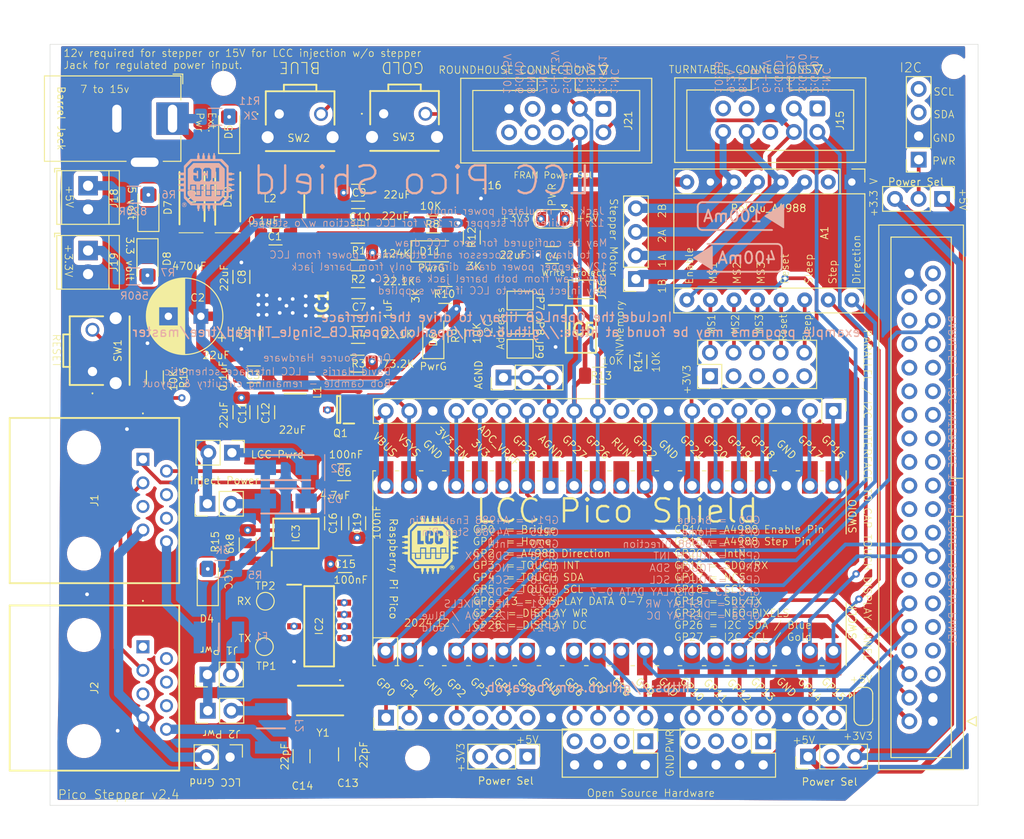
<source format=kicad_pcb>
(kicad_pcb (version 20240108) (generator "pcbnew") (generator_version "8.0")
  (layers (0 "F.Cu" signal "Top") (1 "In1.Cu" signal) (2 "In2.Cu" signal) (31 "B.Cu" signal "Bottom") (34 "B.Paste" user) (35 "F.Paste" user) (36 "B.SilkS" user "B.Silkscreen") (37 "F.SilkS" user "F.Silkscreen") (38 "B.Mask" user) (39 "F.Mask" user) (44 "Edge.Cuts" user))
  (net 0 "")
  (net 1 "Net-(IC1-SW2)")
  (net 2 "+12V")
  (net 3 "+5V")
  (net 4 "SCL")
  (net 5 "SDA")
  (net 6 "Net-(D5-A)")
  (net 7 "+3V3")
  (net 8 "Net-(D4-A)")
  (net 9 "ENABLE")
  (net 10 "Net-(A1-MS1)")
  (net 11 "Net-(A1-1B)")
  (net 12 "Net-(A1-MS2)")
  (net 13 "Net-(A1-1A)")
  (net 14 "Net-(A1-MS3)")
  (net 15 "Net-(A1-2A)")
  (net 16 "Net-(A1-~{RESET})")
  (net 17 "Net-(A1-2B)")
  (net 18 "Net-(A1-~{SLEEP})")
  (net 19 "STEP")
  (net 20 "DIRECTION")
  (net 21 "Net-(J3-Pin_2)")
  (net 22 "Net-(IC5-VDD)")
  (net 23 "AREF")
  (net 24 "D_D{slash}C")
  (net 25 "D_WR")
  (net 27 "DB0")
  (net 28 "DB1")
  (net 29 "DB2")
  (net 30 "DB3")
  (net 31 "D_RST")
  (net 32 "DB4")
  (net 33 "DB5")
  (net 34 "Net-(J10-Pin_1)")
  (net 35 "/CANGND")
  (net 37 "T_RST")
  (net 38 "VSYS")
  (net 39 "T_INT")
  (net 40 "T_SDA")
  (net 41 "T_SCL")
  (net 42 "DB6")
  (net 43 "DB7")
  (net 44 "RUN")
  (net 45 "3V3_EN")
  (net 46 "VBUS")
  (net 47 "Net-(IC1-VBST2)")
  (net 48 "Net-(IC1-SW1)")
  (net 49 "Net-(IC1-VREG5)")
  (net 50 "AGND")
  (net 51 "BRIDGE")
  (net 52 "HOME")
  (net 53 "PIXEL")
  (net 54 "Net-(IC2-OSC1)")
  (net 75 "GND")
  (net 76 "Net-(J11-Pin_1)")
  (net 79 "D_PWR")
  (net 80 "Net-(IC2-OSC2)")
  (net 81 "BGND")
  (net 82 "/CANL")
  (net 83 "/CANH")
  (net 84 "Net-(D2-K)")
  (net 85 "Net-(D7-A)")
  (net 86 "Net-(D8-A)")
  (net 87 "Net-(F1-Pad1)")
  (net 88 "unconnected-(J21-Pin_1-Pad1)")
  (net 89 "Net-(F2-Pad1)")
  (net 90 "/Alt_H")
  (net 91 "Net-(IC1-VFB1)")
  (net 92 "Net-(IC1-VFB2)")
  (net 93 "SDO")
  (net 94 "RXD")
  (net 95 "SDI")
  (net 96 "INTN")
  (net 97 "SCK")
  (net 98 "NCS")
  (net 99 "INT1")
  (net 100 "INT0")
  (net 101 "TXD")
  (net 103 "/ShldGND")
  (net 104 "/Alt_L")
  (net 105 "/BPWR1")
  (net 106 "/BPWR2")
  (net 107 "Pico+3V3")
  (net 108 "Net-(IC1-VBST1)")
  (net 109 "VLCC")
  (net 110 "VINPUT")
  (net 111 "Net-(D6-K)")
  (net 112 "Net-(D11-K)")
  (net 113 "Net-(IC1-EN2)")
  (net 114 "Net-(IC1-EN1)")
  (net 115 "Net-(D6-A)")
  (net 116 "Net-(D11-A)")
  (net 117 "Net-(IC5-WP)")
  (net 118 "Net-(IC5-A0)")
  (net 119 "Net-(IC5-A2)")
  (net 120 "Net-(IC5-A1)")
  (net 121 "Net-(SW1-NO)")
  (footprint "SamacSys_Parts:MTJ880X1" (layer "F.Cu") (at 110.71 114.91 -90)
    (property "Reference" "J2")
    (property "Value" "RJ45" (hide yes))
  )
  (footprint "Resistor_SMD:R_1206_3216Metric_Pad1.30x1.75mm_HandSolder" (layer "F.Cu") (at 133.82 84.402 180)
    (property "Reference" "R3")
    (property "Value" "73.2K")
  )
  (footprint "SamacSys_Parts:MTJ880X1" (layer "F.Cu") (at 110.71 94.71 -90)
    (property "Reference" "J1")
    (property "Value" "RJ45" (hide yes))
  )
  (footprint "Connector_PinHeader_2.54mm:PinHeader_1x02_P2.54mm_Vertical" (layer "F.Cu") (at 117.7 121.8 90)
    (property "Reference" "JP1")
    (property "Value" "J2 Pwr")
  )
  (footprint "SamacSys_Parts:SOT96P240X115-3N" (layer "F.Cu") (at 131.8 89.34 180)
    (property "Reference" "Q1")
    (property "Value" "DMG2305UX-7" (hide yes))
  )
  (footprint "LED_SMD:LED_1206_3216Metric_Pad1.42x1.75mm_HandSolder" (layer "F.Cu") (at 120 59.3 90)
    (property "Reference" "D5")
    (property "Value" "LED")
  )
  (footprint "Resistor_SMD:R_1206_3216Metric_Pad1.30x1.75mm_HandSolder" (layer "F.Cu") (at 133.9 75.307)
    (property "Reference" "R2")
    (property "Value" "22.1K")
  )
  (footprint "Module:Pololu_Breakout-16_15.2x20.3mm" (layer "F.Cu") (at 187.0964 64.8308 -90)
    (property "Reference" "A1")
    (property "Value" "Pololu_A4988")
  )
  (footprint "Connector_PinHeader_2.54mm:PinHeader_1x20_P2.54mm_Vertical" (layer "F.Cu") (at 185.130601 89.505095 -90)
    (property "Reference" "J17")
    (property "Value" "Conn_01x20")
  )
  (footprint "Connector_PinHeader_2.54mm:PinHeader_1x03_P2.54mm_Vertical" (layer "F.Cu") (at 196.8246 66.6496 -90)
    (property "Reference" "J3")
    (property "Value" "Power Sel")
  )
  (footprint "Resistor_SMD:R_1206_3216Metric_Pad1.30x1.75mm_HandSolder" (layer "F.Cu") (at 133.8575 72.3295 180)
    (property "Reference" "R1")
    (property "Value" "124K")
  )
  (footprint "Connector_PinHeader_2.54mm:PinHeader_2x05_P2.54mm_Vertical" (layer "F.Cu") (at 171.8106 85.7554 90)
    (property "Reference" "J4")
    (property "Value" "Conn_02x05_Odd_Even")
  )
  (footprint "Connector_PinSocket_2.54mm:PinSocket_1x04_P2.54mm_Vertical" (layer "F.Cu") (at 194.3 62.4232 180)
    (property "Reference" "J5")
    (property "Value" "I2C Header")
  )
  (footprint "Connector_PinSocket_2.54mm:PinSocket_1x04_P2.54mm_Vertical" (layer "F.Cu") (at 163.83 75.2856 180)
    (property "Reference" "J7")
    (property "Value" "Conn_01x04")
  )
  (footprint "MCU_RaspberryPi_and_Boards:RPi_Pico_SMD_TH" (layer "F.Cu") (at 160.9852 106.44715 90)
    (property "Reference" "RPiPico1")
    (property "Value" "Raspberry Pi Pico")
  )
  (footprint "Jumper:SolderJumper-3_P1.3mm_Open_RoundedPad1.0x1.5mm" (layer "F.Cu") (at 188.341 121.3312 -90)
    (property "Reference" "J23")
    (property "Value" "Display Power Sel")
  )
  (footprint "Jumper:SolderJumper-3_P1.3mm_Open_RoundedPad1.0x1.5mm" (layer "F.Cu") (at 154.9 68.8 180)
    (property "Reference" "J16")
    (property "Value" "FRAM Power Sel")
  )
  (footprint "Capacitor_SMD:C_1206_3216Metric_Pad1.33x1.80mm_HandSolder" (layer "F.Cu") (at 132.4 96.1)
    (property "Reference" "C6")
    (property "Value" "100nF")
  )
  (footprint "Resistor_SMD:R_1206_3216Metric_Pad1.30x1.75mm_HandSolder" (layer "F.Cu") (at 133.9 81.307)
    (property "Reference" "R4")
    (property "Value" "22.1K")
  )
  (footprint "SamacSys_Parts:SOIC127P600X175-8N" (layer "F.Cu") (at 127.2 102.7 90)
    (property "Reference" "IC3")
    (property "Value" "TJA1042T_3_1J" (hide yes))
  )
  (footprint "LCC:lcc-logo-registered-medium" (layer "F.Cu") (at 141.7 103.9)
    (property "Reference" "G***" (hide yes))
    (property "Value" "LOGO" (hide yes))
  )
  (footprint "Connector_PinHeader_2.54mm:PinHeader_1x02_P2.54mm_Vertical" (layer "F.Cu") (at 117.66 99.5 90)
    (property "Reference" "JP5")
    (property "Value" "Inject Power")
  )
  (footprint "Capacitor_SMD:C_1206_3216Metric_Pad1.33x1.80mm_HandSolder" (layer "F.Cu") (at 133.9 65.985)
    (property "Reference" "C9")
    (property "Value" "22uF")
  )
  (footprint "Capacitor_THT:CP_Radial_D8.0mm_P3.50mm" (layer "F.Cu") (at 116.952651 79.3 180)
    (property "Reference" "C2")
    (property "Value" "470uF")
  )
  (footprint "Resistor_SMD:R_1206_3216Metric_Pad1.30x1.75mm_HandSolder" (layer "F.Cu") (at 122 103.9 90)
    (property "Reference" "R15")
    (property "Value" "6k8")
  )
  (footprint "Resistor_SMD:R_1206_3216Metric_Pad1.30x1.75mm_HandSolder" (layer "F.Cu") (at 143.3 77 180)
    (property "Reference" "R10")
    (property "Value" "3K")
  )
  (footprint "SamacSys_Parts:TS1167443BK160RAD" (layer "F.Cu") (at 136.65 57.475 180)
    (property "Reference" "SW3")
    (property "Value" "Gold Button" (hide yes))
  )
  (footprint "LED_SMD:LED_1206_3216Metric_Pad1.42x1.75mm_HandSolder" (layer "F.Cu") (at 142 81.4 90)
    (property "Reference" "D6")
    (property "Value" "PwrG")
  )
  (footprint "Connector_PinHeader_2.54mm:PinHeader_2x04_P2.54mm_Vertical" (layer "F.Cu") (at 164.846 125.09075 -90)
    (property "Reference" "J10")
    (property "Value" "Conn_02x04_Odd_Even")
  )
  (footprint "Resistor_SMD:R_1206_3216Metric_Pad1.30x1.75mm_HandSolder" (layer "F.Cu") (at 146.15 70.8 90)
    (property "Reference" "R12")
    (property "Value" "3K")
  )
  (footprint "SamacSys_Parts:INDC3225X120N" (layer "F.Cu") (at 127.1285 87.637 90)
    (property "Reference" "L1")
    (property "Value" "SRP3212A-2R2M" (hide yes))
  )
  (footprint "Capacitor_SMD:C_1206_3216Metric_Pad1.33x1.80mm_HandSolder" (layer "F.Cu") (at 122.65 85.562 180)
    (property "Reference" "C3")
    (property "Value" "0.1uF")
  )
  (footprint "Connector_IDC:IDC-Header_2x05_P2.54mm_Vertical" (layer "F.Cu") (at 183.388 56.896 -90)
    (property "Reference" "J15")
    (property "Value" "Turntable")
  )
  (footprint "SamacSys_Parts:TS1167443BK160RAD" (layer "F.Cu") (at 105.275 85.25 -90)
    (property "Reference" "SW1")
    (property "Value" "Pico Reset" (hide yes))
  )
  (footprint "Resistor_SMD:R_1206_3216Metric_Pad1.30x1.75mm_HandSolder" (layer "F.Cu") (at 142 69.4)
    (property "Reference" "R8")
    (property "Value" "10K")
  )
  (footprint "Capacitor_SMD:C_1206_3216Metric_Pad1.33x1.80mm_HandSolder" (layer "F.Cu") (at 133.8 101.6 90)
    (property "Reference" "C19")
    (property "Value" "100nF")
  )
  (footprint "Capacitor_SMD:C_1206_3216Metric_Pad1.33x1.80mm_HandSolder" (layer "F.Cu") (at 125 70.7)
    (property "Reference" "C1")
    (property "Value" "0.1uF")
  )
  (footprint "TerminalBlock_TE-Connectivity:TerminalBlock_TE_282834-2_1x02_P2.54mm_Horizontal" (layer "F.Cu") (at 104.8 65.23 -90)
    (property "Reference" "J18")
    (property "Value" "5 volt")
  )
  (footprint "Resistor_SMD:R_1206_3216Metric_Pad1.30x1.75mm_HandSolder" (layer "F.Cu") (at 144.5 81.4 -90)
    (property "Reference" "R9")
    (property "Value" "10K")
  )
  (footprint "SamacSys_Parts:SOIC127P600X175-8N" (layer "F.Cu") (at 157.9 80.7)
    (property "Reference" "IC5")
    (property "Value" "MB85RCxxxV" (hide yes))
  )
  (footprint "Connector_PinHeader_2.54mm:PinHeader_1x03_P2.54mm_Vertical" (layer "F.Cu") (at 152.131 126.746 -90)
    (property "Reference" "J13")
    (property "Value" "Power Sel")
  )
  (footprint "Capacitor_SMD:C_1206_3216Metric_Pad1.33x1.80mm_HandSolder" (layer "F.Cu") (at 121.32 75.062 90)
    (property "Reference" "C8")
    (property "Value" "22uF")
  )
  (footprint "MountingHole:MountingHole_2.2mm_M2" (layer "F.Cu") (at 198.1 52.4)
    (property "Reference" "REF**")
    (property "Value" "MountingHole_2.2mm_M2")
  )
  (footprint "Connector_IDC:IDC-Header_2x05_P2.54mm_Vertical" (layer "F.Cu") (at 160.3248 56.9468 -90)
    (property "Reference" "J21")
    (property "Value" "Roundhouse")
  )
  (footprint "Capacitor_SMD:C_1206_3216Metric_Pad1.33x1.80mm_HandSolder" (layer "F.Cu") (at 133.93 78.307)
    (property "Reference" "C7")
    (property "Value" "1uF")
  )
  (footprint "SamacSys_Parts:SOIC127P600X175-14N" (layer "F.Cu") (at 129.7 112.7)
    (property "Reference" "IC2")
    (property "Value" "MCP2518FDT-E_SL" (hide yes))
  )
  (footprint "LED_SMD:LED_1206_3216Metric_Pad1.42x1.75mm_HandSolder" (layer "F.Cu") (at 111.2 73.4 -90)
    (property "Reference" "D8")
    (property "Value" "LED")
  )
  (footprint "SamacSys_Parts:ABM3" (layer "F.Cu") (at 129.8 120.7 180)
    (property "Reference" "Y1")
    (property "Value" "ABM-40MHZ" (hide yes))
  )
  (footprint "Capacitor_SMD:C_1206_3216Metric_Pad1.33x1.80mm_HandSolder" (layer "F.Cu") (at 132.7 126.5 -90)
    (property "Reference" "C13")
    (property "Value" "22pF")
  )
  (footprint "Jumper:SolderJumper-2_P1.3mm_Open_Pad1.0x1.5mm" (layer "F.Cu") (at 151.35 77.6 180)
    (property "Reference" "JP7")
    (property "Value" "Address")
  )
  (footprint "Capacitor_SMD:C_1206_3216Metric_Pad1.33x1.80mm_HandSolder" (layer "F.Cu") (at 132.5 106 180)
    (property "Reference" "C15")
    (property "Value" "100nF")
  )
  (footprint "SamacSys_Parts:INDC3225X120N" (layer "F.Cu") (at 128.1 67.4)
    (property "Reference" "L2")
    (property "Value" "SRP3212A-3R3M" (hide yes))
  )
  (footprint "Jumper:SolderJumper-2_P1.3mm_Open_Pad1.0x1.5mm" (layer "F.Cu") (at 151.35 82.8 180)
    (property "Reference" "JP9")
    (property "Value" "Address")
  )
  (footprint "Capacitor_SMD:C_1206_3216Metric_Pad1.33x1.80mm_HandSolder" (layer "F.Cu") (at 123.9935 89.637 -90)
    (property "Reference" "C12")
    (property "Value" "22uF")
  )
  (footprint "TerminalBlock_TE-Connectivity:TerminalBlock_TE_282834-2_1x02_P2.54mm_Horizontal" (layer "F.Cu") (at 104.8 72.2125 -90)
    (property "Reference" "J19")
    (property "Value" "3.3 volt")
  )
  (footprint "Connector_PinHeader_2.54mm:PinHeader_1x02_P2.54mm_Vertical" (layer "F.Cu") (at 120.3 94 -90)
    (property "Reference" "JP2")
    (property "Value" "LCC Pwrd")
  )
  (footprint "Connector_PinHeader_2.54mm:PinHeader_1x20_P2.54mm_Vertical" (layer "F.Cu") (at 136.906 122.55075 90)
    (property "Reference" "J14")
    (property "Value" "Conn_01x20")
  )
  (footprint "LED_SMD:LED_1206_3216Metric_Pad1.42x1.75mm_HandSolder" (layer "F.Cu") (at 117.7 108.0125 90)
    (property "Reference" "D4")
    (property "Value" "LED")
  )
  (footprint "Capacitor_SMD:C_1206_3216Metric_Pad1.33x1.80mm_HandSolder" (layer "F.Cu") (at 154.8 72.7 180)
    (property "Reference" "C4")
    (property "Value" "22uF")
  )
  (footprint "TestPoint:TestPoint_Pad_D1.5mm" (layer "F.Cu") (at 123.9 110)
    (property "Reference" "TP2")
    (property "Value" "RX")
  )
  (footprint "Connector_PinHeader_2.54mm:PinHeader_1x03_P2.54mm_Vertical" (layer "F.Cu") (at 182.372 126.746 90)
    (property "Reference" "J12")
    (property "Value" "Power Sel")
  )
  (footprint "Capacitor_SMD:C_1206_3216Metric_Pad1.33x1.80mm_HandSolder" (layer "F.Cu") (at 121.32 81.262 -90)
    (property "Reference" "C5")
    (property "Value" "22uF")
  )
  (footprint "SamacSys_Parts:DIOM5327X240N" (layer "F.Cu") (at 116 66.4 90)
    (property "Reference" "D9")
    (property "Value" "D" (hide yes))
  )
  (footprint "SamacSys_Parts:SOP65P640X120-17N" (layer "F.Cu") (at 126.175 78.162 90)
    (property "Reference" "IC1")
    (property "Value" "TPS54294PWPR" (hide yes))
  )
  (footprint "Capacitor_SMD:C_1206_3216Metric_Pad1.33x1.80mm_HandSolder" (layer "F.Cu") (at 121.3285 89.637 -90)
    (property "Reference" "C11")
    (property "Value" "22uF")
  )
  (footprint "Connector_PinHeader_2.54mm:PinHeader_1x03_P2.54mm_Vertical" (layer "F.Cu") (at 149.56 85.9 90)
    (property "Reference" "J22")
    (property "Value" "AGND")
  )
  (footprint "MountingHole:MountingHole_2.2mm_M2" (layer "F.Cu") (at 119.4 54.2)
    (property "Reference" "REF**")
    (property "Value" "MountingHole_2.2mm_M2")
  )
  (footprint "Connector_IDC:IDC-Header_2x20_P2.54mm_Vertical" (layer "F.Cu") (at 195.834 122.936 180)
    (property "Reference" "J8")
    (property "Value" "Conn_02x20_Odd_Even")
  )
  (footprint "SamacSys_Parts:DIOM5327X240N" (layer "F.Cu") (at 119.85 66.437 90)
    (property "Reference" "D10")
    (property "Value" "D" (hide yes))
  )
  (footprint "Capacitor_SMD:C_1206_3216Metric_Pad1.33x1.80mm_HandSolder" (layer "F.Cu") (at 131.2 101.6 90)
    (property "Reference" "C16")
    (property "Value" "4.7uF")
  )
  (footprint "Connector_BarrelJack:BarrelJack_Horizontal" (layer "F.Cu") (at 113.9 58)
    (property "Reference" "J20")
    (property "Value" "Barrel Jack")
  )
  (footprint "Capacitor_SMD:C_1206_3216Metric_Pad1.33x1.80mm_HandSolder" (layer "F.Cu") (at 133.9 68.6)
    (property "Reference" "C10")
    (property "Value" "22uF")
  )
  (footprint "LED_SMD:LED_1206_3216Metric_Pad1.42x1.75mm_HandSolder" (layer "F.Cu") (at 142.0625 72.3)
    (property "Reference" "D11")
    (property "Value" "PwrG")
  )
  (footprint "Jumper:SolderJumper-2_P1.3mm_Open_Pad1.0x1.5mm" (layer "F.Cu") (at 157.95 76.4 180)
    (property "Reference" "JP6")
    (property "Value" "Write Protect")
  )
  (footprint "Resistor_SMD:R_1206_3216Metric_Pad1.30x1.75mm_HandSolder" (layer "F.Cu") (at 112 85.9 -90)
    (property "Reference" "R16")
    (property "Value" "10K")
  )
  (footprint "SamacSys_Parts:TS1167443BK160RAD" (layer "F.Cu") (at 125.4 57.5 180)
    (property "Reference" "SW2")
    (property "Value" "Blue Button" (hide yes))
  )
  (footprint "Connector_PinHeader_2.54mm:PinHeader_2x04_P2.54mm_Vertical" (layer "F.Cu") (at 177.546 125.09075 -90)
    (property "Reference" "J11")
    (property "Value" "Conn_02x04_Odd_Even")
  )
  (footprint "MountingHole:MountingHole_2.2mm_M2" (layer "F.Cu") (at 140.3 126.9)
    (property "Reference" "REF**")
    (property "Value" "MountingHole_2.2mm_M2")
  )
  (footprint "Capacitor_SMD:C_1206_3216Metric_Pad1.33x1.80mm_HandSolder" (layer "F.Cu") (at 127.8 126.7 -90)
    (property "Reference" "C14")
    (property "Value" "22pF")
  )
  (footprint "LED_SMD:LED_1206_3216Metric_Pad1.42x1.75mm_HandSolder" (layer "F.Cu") (at 111.3 67.7 90)
    (property "Reference" "D7")
    (property "Value" "LED")
  )
  (footprint "Resistor_SMD:R_1206_3216Metric_Pad1.30x1.75mm_HandSolder" (layer "F.Cu") (at 159.9 85.7)
    (property "Reference" "R13")
    (property "Value" "10K")
  )
  (footprint "Connector_PinHeader_2.54mm:PinHeader_1x02_P2.54mm_Vertical" (layer "F.Cu") (at 120.1 126.8 -90)
    (property "Reference" "JP4")
    (property "Value" "LCC Grnd")
  )
  (footprint "TestPoint:TestPoint_Pad_D1.5mm" (layer "F.Cu") (at 123.8 114.9)
    (property "Reference" "TP1")
    (property "Value" "TX")
  )
  (footprint "Jumper:SolderJumper-2_P1.3mm_Open_Pad1.0x1.5mm" (layer "F.Cu") (at 151.35 80.2 180)
    (property "Reference" "JP8")
    (property "Value" "Address")
  )
  (footprint "Resistor_SMD:R_1206_3216Metric_Pad1.30x1.75mm_HandSolder" (layer "F.Cu") (at 164.1 84.2 -90)
    (property "Reference" "R14")
    (property "Value" "10K")
  )
  (footprint "Connector_PinHeader_2.54mm:PinHeader_1x02_P2.54mm_Vertical" (layer "F.Cu") (at 117.66 117.9 90)
    (property "Reference" "JP3")
    (property "Value" "J1 Pwr")
  )
  (footprint "Resistor_SMD:R_1206_3216Metric_Pad1.30x1.75mm_HandSolder" (layer "B.Cu") (at 109.65 75)
    (property "Reference" "R7")
    (property "Value" "560R")
  )
  (footprint "Resistor_SMD:R_1206_3216Metric_Pad1.30x1.75mm_HandSolder" (layer "B.Cu") (at 119.2 106.5125 180)
    (property "Reference" "R5")
    (property "Value" "3K")
  )
  (footprint "Resistor_SMD:R_1206_3216Metric_Pad1.30x1.75mm_HandSolder" (layer "B.Cu") (at 109.75 66.2)
    (property "Reference" "R6")
    (property "Value" "820R")
  )
  (footprint "Resistor_SMD:R_1206_3216Metric_Pad1.30x1.75mm_HandSolder" (layer "B.Cu") (at 118.5 57.8)
    (property "Reference" "R11")
    (property "Value" "2K")
  )
  (footprint "SamacSys_Parts:FUSC4632X70N" (layer "B.Cu") (at 118.9 113.9 180)
    (property "Reference" "F1")
    (property "Value" "0ZCG0035AF2C" (hide yes))
  )
  (footprint "LCC:power-provider-400mA" (layer "B.Cu") (at 175.8 73 180)
    (property "Reference" "REF**" (hide yes))
    (property "Value" "power-provider-400mA" (hide yes))
  )
  (footprint "LCC:lcc-logo-registered-medium" (layer "B.Cu") (at 117.5 64.8 180)
    (property "Reference" "G***" (hide yes))
    (property "Value" "LOGO" (hide yes))
  )
  (footprint "LCC:power-usage-100mA" (layer "B.Cu") (at 174.495 68.5 180)
    (property "Reference" "REF**" (hide yes))
    (property "Value" "power-usage-100mA" (hide yes))
  )
  (footprint "SamacSys_Parts:DIOM5327X240N" (layer "B.Cu") (at 126.1 95.6 180)
    (property "Reference" "D2")
    (property "Value" "D" (hide yes))
  )
  (footprint "SamacSys_Parts:FUSC4632X70N" (layer "B.Cu") (at 124.5 123.7 -90)
    (property "Reference" "F2")
    (property "Value" "0ZCG0035AF2C" (hide yes))
  )
  (footprint "SamacSys_Parts:DIOM5327X240N" (layer "B.Cu") (at 126.1 99.2 180)
    (property "Reference" "D3")
    (property "Value" "D" (hide yes))
  )
  (gr_line (start 130.3 97.9) (end 130.3 100.6) (stroke (width 0.1)) (layer "B.SilkS"))
  (gr_line (start 130.3 94.2) (end 130.3 97) (stroke (width 0.1)) (layer "B.SilkS"))
  (gr_line (start 114.6 70.3) (end 117.2 70.3) (stroke (width 0.1)) (layer "F.SilkS"))
  (gr_line (start 118.5 70.3) (end 121.2 70.3) (stroke (width 0.1)) (layer "F.SilkS"))
  (gr_line (start 100.7 132) (end 100.7 50) (stroke (width 0.05)) (layer "Edge.Cuts"))
  (gr_line (start 100.7 50) (end 200.7 50) (stroke (width 0.05)) (layer "Edge.Cuts"))
  (gr_line (start 200.7 50) (end 200.7 132) (stroke (width 0.05)) (layer "Edge.Cuts"))
  (gr_line (start 200.7 132) (end 100.7 132) (stroke (width 0.05)) (layer "Edge.Cuts"))
  (gr_text "David Harris - LCC Interface schematic\nBob Gamble - remaining circuitry & layout" (at 137.5 87 -0) (layer "B.SilkS") (effects (font (size 0.8 0.8) (thickness 0.08)) (justify left bottom mirror)))
  (gr_text "LCC Pico Shield" (at 122.3 62.9 0) (layer "B.SilkS") (effects (font (size 3 3) (thickness 0.25)) (justify right top mirror)))
  (gr_text "Jack for regulated power input. \n12v required for stepper or 15v for LCC injection w/o stepper" (at 160.5 69.7 0) (layer "B.SilkS") (effects (font (size 0.8 0.8) (thickness 0.08)) (justify left bottom mirror)))
  (gr_text "Open Source Hardware" (at 123.6 83.3 0) (layer "B.SilkS") (effects (font (size 0.8 0.8) (thickness 0.08)) (justify right top mirror)))
  (gr_text "https://github.com/bocabob" (at 158.7 119.3 0) (layer "B.SilkS") (effects (font (size 1 1)) (justify mirror)))
  (gr_text "PARALLEL / I2C INTERFACE TO CAP TOUCH DISPLAY PANEL" (at 197.9676 97.0026 -270) (layer "B.SilkS") (effects (font (size 0.8 0.8) (thickness 0.08)) (justify mirror)))
  (gr_text "GP14 = A4988 Enable Pin\nGP15 = A4988 Step Pin\nGP20 = IntN\nGP16 = SDO/RX\nGP17 = NCS\nGP18 = SCK\nGP19 = SDI/TX\nGP21 = NEO PIXELS\nGP26 = I2C SDA / Blue\nGP27 = I2C SCL / Gold" (at 155.6 100.8 -0) (layer "B.SilkS") (effects (font (size 0.8 0.8) (thickness 0.08)) (justify left top mirror)))
  (gr_text "Include the OpenLCB libary to drive the interface\nexample programs may be found at https://github.com/openlcb/OpenLCB_Single_Thread/tree/master" (at 148.8 80.2 0) (layer "B.SilkS") (effects (font (size 1 1)) (justify mirror)))
  (gr_text "1:NC\n2:GP01\n3:GP00\n4:GP21\n5:GND\n6:+5V\n7:1B\n8:1A\n9:2A\n10:2B" (at 184.8 55.3 270) (layer "B.SilkS") (effects (font (size 0.8 0.8) (thickness 0.08)) (justify left top mirror)))
  (gr_text "GP0  = Bridge\nGP1  = Home\nGP2  = A4988 Direction\nGP3  = TOUCH INT\nGP4  = TOUCH SDA\nGP5  = TOUCH SCL\nGP6-13 = DISPLAY DATA 0-7\nGP22 = DISPLAY WR\nGP28 = DISPLAY DC" (at 177.3 100.8 -0) (layer "B.SilkS") (effects (font (size 0.8 0.8) (thickness 0.08)) (justify left top mirror)))
  (gr_text "1:NC\n2:GP21\n3:SDA\n4:SCL\n5:GND\n6:+3.3V\n7:NC\n8:NC\n9:GND\n10:+5V" (at 162 55.4 270) (layer "B.SilkS") (effects (font (size 0.8 0.8) (thickness 0.08)) (justify left top mirror)))
  (gr_text "May be configured for zero LCC draw\nor to draw Pico processor and attachment power from LCC\n12V stepper power draws directly only from barrel jack\nMay draw from both barrel jack and LCC\nMay inject power to LCC if 15v supplied" (at 160.8 77 0) (layer "B.SilkS") (effects (font (size 0.8 0.8) (thickness 0.08)) (justify left bottom mirror)))
  (gr_text "Pico Stepper v2.4" (at 101.5 131.4 0) (layer "F.SilkS") (effects (font (size 0.9652 0.9652) (thickness 0.08128)) (justify left bottom)))
  (gr_text "2024.12" (at 138.8 112.8 0) (layer "F.SilkS") (effects (font (size 0.8 0.8) (thickness 0.08)) (justify left bottom)))
  (gr_text "Stepper Motor" (at 161.9 75.1 -90) (layer "F.SilkS") (effects (font (size 0.8 0.8) (thickness 0.08)) (justify right top)))
  (gr_text "Open Source Hardware" (at 172.4 130.2 0) (layer "F.SilkS") (effects (font (size 0.8 0.8) (thickness 0.08)) (justify right top)))
  (gr_text "MS1\n\nMS2\n\nMS3\n\nReset\n\nSleep\n\n" (at 171.5008 79.0448 90) (layer "F.SilkS") (effects (font (size 0.8 0.7) (thickness 0.08)) (justify right top)))
  (gr_text "1B  1A  2A  2B" (at 166.1922 67.1068 90) (layer "F.SilkS") (effects (font (size 0.8 0.8) (thickness 0.08)) (justify right top)))
  (gr_text "PWR" (at 197.0278 62.5602 0) (layer "F.SilkS") (effects (font (size 0.8 0.8) (thickness 0.08))))
  (gr_text "+3.3 V" (at 189.4586 66.4972 90) (layer "F.SilkS") (effects (font (size 0.8 0.8) (thickness 0.08))))
  (gr_text "GND" (at 197.0278 60.0964 0) (layer "F.SilkS") (effects (font (size 0.8 0.8) (thickness 0.08))))
  (gr_text "SDA" (at 197.026848 57.5464 0) (layer "F.SilkS") (effects (font (size 0.8 0.8) (thickness 0.08))))
  (gr_text "SCL" (at 197.0078 55.1064 0) (layer "F.SilkS") (effects (font (size 0.8 0.8) (thickness 0.08))))
  (gr_text "I2C" (at 193.4464 52.5018 0) (layer "F.SilkS") (effects (font (size 1 1) (thickness 0.08))))
  (gr_text "ROUNDHOUSE CONNECTIONS" (at 151.0538 52.7558 0) (layer "F.SilkS") (effects (font (size 0.8 0.8) (thickness 0.08))))
  (gr_text "TURNTABLE CONNECTIONS" (at 175.0822 52.705 0) (layer "F.SilkS") (effects (font (size 0.8 0.8) (thickness 0.08))))
  (gr_text "+5V" (at 152.131 124.9172 0) (layer "F.SilkS") (effects (font (size 0.8 0.8) (thickness 0.08))))
  (gr_text "BLUE" (at 127.6 52.5 180) (layer "F.SilkS") (effects (font (size 1.2 1.2) (thickness 0.1))))
  (gr_text "+5V" (at 199.0852 66.7004 -90) (layer "F.SilkS") (effects (font (size 0.8 0.8) (thickness 0.08))))
  (gr_text "PWR" (at 154.8 66.2 90) (layer "F.SilkS") (effects (font (size 0.8 0.8) (thickness 0.08))))
  (gr_text "+3V3" (at 187.7568 124.5362 0) (layer "F.SilkS") (effects (font (size 0.8 0.8) (thickness 0.08))))
  (gr_text "PARALLEL / I2C INTERFACE TO CAP TOUCH DISPLAY PANEL" (at 188.7728 98.552 270) (layer "F.SilkS") (effects (font (size 0.8 0.8) (thickness 0.08))))
  (gr_text "GP0  = Bridge\nGP1  = Home\nGP2  = A4988 Direction\nGP3  = TOUCH INT\nGP4  = TOUCH SDA\nGP5  = TOUCH SCL\nGP6-13 = DISPLAY DATA 0-7\nGP22 = DISPLAY WR\nGP28 = DISPLAY DC" (at 146.2 101.8 0) (layer "F.SilkS") (effects (font (size 0.8 0.8) (thickness 0.08)) (justify left top)))
  (gr_text "GP14 = A4988 Enable Pin\nGP15 = A4988 Step Pin\nGP20 = IntN\nGP16 = SDO/RX\nGP17 = NCS\nGP18 = SCK\nGP19 = SDI/TX\nGP21 = NEO PIXELS\nGP26 = I2C SDA / Blue\nGP27 = I2C SCL / Gold" (at 167.9 101.8 0) (layer "F.SilkS") (effects (font (size 0.8 0.8) (thickness 0.08)) (justify left top)))
  (gr_text "+3V3" (at 169.3164 86.1314 90) (layer "F.SilkS") (effects (font (size 0.8 0.8) (thickness 0.08))))
  (gr_text "Ext.\nPwr" (at 117.5 58.4 270) (layer "F.SilkS") (effects (font (size 0.8 0.8) (thickness 0.08))))
  (gr_text "+3.3V" (at 102.7 73.3 270) (layer "F.SilkS") (effects (font (size 0.8 0.8) (thickness 0.08))))
  (gr_text "LCC" (at 119.9 107.6125 270) (layer "F.SilkS") (effects (font (size 0.8 0.8) (thickness 0.08))))
  (gr_text "+5V" (at 181.9148 124.968 0) (layer "F.SilkS") (effects (font (size 0.8 0.8) (thickness 0.08))))
  (gr_text "+5V" (at 158.6 68.7 -0) (layer "F.SilkS") (effects (font (size 0.8 0.8) (thickness 0.08))))
  (gr_text "I2C\nAddress" (at 148.6 80.6 90) (layer "F.SilkS") (effects (font (size 0.8 0.8) (thickness 0.08))))
  (gr_text "+5V" (at 188.087 118.4148 0) (layer "F.SilkS") (effects (font (size 0.8 0.8) (thickness 0.08))))
  (gr_text "PWR" (at 167.5 125.1 90) (layer "F.SilkS") (effects (font (size 0.8 0.8) (thickness 0.08))))
  (gr_text "GOLD" (at 138.7 52.5 180) (layer "F.SilkS") (effects (font (size 1.2 1.2) (thickness 0.1))))
  (gr_text "7 to 15v" (at 103.9 55.3 0) (layer "F.SilkS") (effects (font (size 0.8 0.8) (thickness 0.08)) (justify left bottom)))
  (gr_text "+3V3" (at 150.8 68.7 -0) (layer "F.SilkS") (effects (font (size 0.8 0.8) (thickness 0.08))))
  (gr_text "LCC Pico Shield" (at 177.2 98.8 0) (layer "F.SilkS") (effects (font (size 2.5 2.5) (thickness 0.25)) (justify right top)))
  (gr_text "Enable\n\nMS1\n\nMS2\n\nMS3\n\nReset\n\nSleep\n\nStep\n\nDirection" (at 169.1132 75.8952 90) (layer "F.SilkS") (effects (font (size 0.8 0.8) (thickness 0.08)) (justify left top)))
  (gr_text "NVMemory" (at 162.1 80.6 90) (layer "F.SilkS") (effects (font (size 0.8 0.8) (thickness 0.08))))
  (gr_text "RESET" (at 101.4 83 270) (layer "F.SilkS") (effects (font (size 0.8 0.8) (thickness 0.08))))
  (gr_text "12v required for stepper or 15V for LCC injection w/o stepper\nJack for regulated power input." (at 102.1 52.7 0) (layer "F.SilkS") (effects (font (size 0.8 0.8) (thickness 0.08)) (justify left bottom)))
  (gr_text "+5V" (at 102.8 66.4 270) (layer "F.SilkS") (effects (font (size 0.8 0.8) (thickness 0.08))))
  (gr_text "+3V3" (at 144.9578 126.873 90) (layer "F.SilkS") (effects (font (size 0.8 0.8) (thickness 0.08))))
  (gr_text "GND" (at 167.5 127.7 90) (layer "F.SilkS") (effects (font (size 0.8 0.8) (thickness 0.08))))
  (segment (start 125.2 75.224) (end 125.175 75.199) (width 0.4) (layer "F.Cu") (net 1))
  (segment (start 125.175 72.0875) (end 126.5625 70.7) (width 0.4) (layer "F.Cu") (net 1))
  (segment (start 126.95 67.4) (end 126.95 70.3125) (width 0.75) (layer "F.Cu") (net 1))
  (segment (start 125.175 75.199) (end 125.175 72.0875) (width 0.4) (layer "F.Cu") (net 1))
  (segment (start 126.95 70.3125) (end 126.5625 70.7) (width 0.75) (layer "F.Cu") (net 1))
  (segment (start 151.093935 64.8308) (end 169.3164 64.8308) (width 1) (layer "F.Cu") (net 2))
  (segment (start 113.9 58) (end 119.61 63.71) (width 1) (layer "F.Cu") (net 2))
  (segment (start 116 64.2) (end 116 60.1) (width 1) (layer "F.Cu") (net 2))
  (segment (start 116 60.1) (end 113.9 58) (width 1) (layer "F.Cu") (net 2))
  (segment (start 119.61 63.71) (end 149.973135 63.71) (width 1) (layer "F.Cu") (net 2))
  (segment (start 149.973135 63.71) (end 151.093935 64.8308) (width 1) (layer "F.Cu") (net 2))
  (segment (start 116.75 58) (end 116.95 57.8) (width 1) (layer "B.Cu") (net 2))
  (segment (start 113.9 58) (end 116.75 58) (width 1) (layer "B.Cu") (net 2))
  (segment (start 133.8 103.1625) (end 131.2 103.1625) (width 0.4) (layer "F.Cu") (net 3))
  (segment (start 132.3375 68.6) (end 132.3375 65.985) (width 0.75) (layer "F.Cu") (net 3))
  (segment (start 186.7408 123.3424) (end 185.293 124.7902) (width 0.5) (layer "F.Cu") (net 3))
  (segment (start 127.835 105) (end 127.835 105.425) (width 0.4) (layer "F.Cu") (net 3))
  (segment (start 196.8246 66.6496) (end 199 68.825) (width 0.75) (layer "F.Cu") (net 3))
  (segment (start 199 123.7) (end 194.5 128.2) (width 0.75) (layer "F.Cu") (net 3))
  (segment (start 186.7408 120.396) (end 186.7408 123.3424) (width 0.5) (layer "F.Cu") (net 3))
  (segment (start 129.6725 103.1625) (end 127.835 105) (width 0.4) (layer "F.Cu") (net 3))
  (segment (start 187.1056 120.0312) (end 186.7408 120.396) (width 0.5) (layer "F.Cu") (net 3))
  (segment (start 184.3278 124.7902) (end 182.372 126.746) (width 0.5) (layer "F.Cu") (net 3))
  (segment (start 185.293 124.7902) (end 184.3278 124.7902) (width 0.5) (layer "F.Cu") (net 3))
  (segment (start 199 68.825) (end 199 123.7) (width 0.75) (layer "F.Cu") (net 3))
  (segment (start 132.3375 68.6) (end 130.45 68.6) (width 0.75) (layer "F.Cu") (net 3))
  (segment (start 130.45 68.6) (end 129.25 67.4) (width 0.75) (layer "F.Cu") (net 3))
  (segment (start 131.2 103.1625) (end 129.6725 103.1625) (width 0.4) (layer "F.Cu") (net 3))
  (segment (start 183.826 128.2) (end 182.372 126.746) (width 0.75) (layer "F.Cu") (net 3))
  (segment (start 194.5 128.2) (end 183.826 128.2) (width 0.75) (layer "F.Cu") (net 3))
  (segment (start 188.341 120.0312) (end 187.1056 120.0312) (width 0.5) (layer "F.Cu") (net 3))
  (via (at 135.45 72.437) (size 0.8) (drill 0.4) (layers "F.Cu" "B.Cu") (net 3))
  (via (at 132.3375 65.985) (size 0.8) (drill 0.4) (layers "F.Cu" "B.Cu") (net 3))
  (via (at 130.6 89.4) (size 0.8) (drill 0.4) (layers "F.Cu" "B.Cu") (net 3))
  (via (at 156.2 68.8) (size 0.8) (drill 0.4) (layers "F.Cu" "B.Cu") (net 3))
  (via (at 133.8 103.1625) (size 0.8) (drill 0.4) (layers "F.Cu" "B.Cu") (net 3))
  (segment (start 107.23 65.23) (end 108.2 66.2) (width 1) (layer "B.Cu") (net 3))
  (segment (start 104.8 65.23) (end 107.23 65.23) (width 1) (layer "B.Cu") (net 3))
  (segment (start 148.8 61.6) (end 155.6716 61.6) (width 0.4) (layer "F.Cu") (net 4))
  (segment (start 160.625 81.335) (end 159.375 81.335) (width 0.5) (layer "F.Cu") (net 4))
  (segment (start 144.7 57.5) (end 148.8 61.6) (width 0.4) (layer "F.Cu") (net 4))
  (segment (start 155.6716 61.6) (end 157.7848 59.4868) (width 0.4) (layer "F.Cu") (net 4))
  (segment (start 157.190601 86.859399) (end 158.35 85.7) (width 0.5) (layer "F.Cu") (net 4))
  (segment (start 158.35 82.36) (end 158.35 85.7) (width 0.5) (layer "F.Cu") (net 4))
  (segment (start 157.190601 89.505095) (end 157.190601 86.859399) (width 0.5) (layer "F.Cu") (net 4))
  (segment (start 141.175 57.5) (end 144.7 57.5) (width 0.4) (layer "F.Cu") (net 4))
  (segment (start 141.15 57.475) (end 141.175 57.5) (width 0.4) (layer "F.Cu") (net 4))
  (segment (start 159.375 81.335) (end 158.35 82.36) (width 0.5) (layer "F.Cu") (net 4))
  (segment (start 157.1752 97.55715) (end 157.1752 84.6248) (width 0.4) (layer "B.Cu") (net 4))
  (segment (start 157.7848 84.0152) (end 157.7848 59.4868) (width 0.4) (layer "B.Cu") (net 4))
  (segment (start 157.1752 84.6248) (end 157.7848 84.0152) (width 0.4) (layer "B.Cu") (net 4))
  (segment (start 160.625 82.605) (end 164.055 82.605) (width 0.5) (layer "F.Cu") (net 5))
  (segment (start 159.730601 83.499399) (end 160.625 82.605) (width 0.5) (layer "F.Cu") (net 5))
  (segment (start 129.9 57.5) (end 133.5 53.9) (width 0.4) (layer "F.Cu") (net 5))
  (segment (start 154.738 53.9) (end 157.7848 56.9468) (width 0.4) (layer "F.Cu") (net 5))
  (segment (start 159.730601 89.505095) (end 159.730601 83.499399) (width 0.5) (layer "F.Cu") (net 5))
  (segment (start 133.5 53.9) (end 154.738 53.9) (width 0.4) (layer "F.Cu") (net 5))
  (segment (start 194.8788 57.3432) (end 194.3 57.3432) (width 0.4) (layer "F.Cu") (net 5))
  (segment (start 164.055 82.605) (end 164.1 82.65) (width 0.5) (layer "F.Cu") (net 5))
  (segment (start 159.0348 58.1968) (end 157.7848 56.9468) (width 0.4) (layer "B.Cu") (net 5))
  (segment (start 159.0348 82.8348) (end 159.0348 58.1968) (width 0.4) (layer "B.Cu") (net 5))
  (segment (start 159.7152 83.5152) (end 159.0348 82.8348) (width 0.4) (layer "B.Cu") (net 5))
  (segment (start 159.7152 97.55715) (end 159.7152 83.5152) (width 0.4) (layer "B.Cu") (net 5))
  (via (at 120 57.8125) (size 0.8) (drill 0.4) (layers "F.Cu" "B.Cu") (net 6))
  (segment (start 123.9935 88.0745) (end 121.3285 88.0745) (width 0.5) (layer "F.Cu") (net 7))
  (segment (start 129.105 101.15) (end 129.105 99.975) (width 0.4) (layer "F.Cu") (net 7))
  (segment (start 123.9935 88.0745) (end 126.416 88.0745) (width 0.5) (layer "F.Cu") (net 7))
  (segment (start 132.4 108.89) (end 132.4 107.4625) (width 0.4) (layer "F.Cu") (net 7))
  (segment (start 129.105 99.975) (end 129.105 99.405) (width 0.4) (layer "F.Cu") (net 7))
  (segment (start 122 102.35) (end 127.905 102.35) (width 0.4) (layer "F.Cu") (net 7))
  (segment (start 129.105 99.405) (end 130.8375 97.6725) (width 0.4) (layer "F.Cu") (net 7))
  (segment (start 127.905 102.35) (end 129.105 101.15) (width 0.4) (layer "F.Cu") (net 7))
  (segment (start 188.341 122.6312) (end 188.341 125.857) (width 0.4) (layer "F.Cu") (net 7))
  (segment (start 126.416 88.0745) (end 127.1285 88.787) (width 0.5) (layer "F.Cu") (net 7))
  (segment (start 132.4 107.4625) (end 130.9375 106) (width 0.4) (layer "F.Cu") (net 7))
  (segment (start 188.341 125.857) (end 187.452 126.746) (width 0.4) (layer "F.Cu") (net 7))
  (segment (start 130.8375 97.6725) (end 130.8375 96.1) (width 0.4) (layer "F.Cu") (net 7))
  (via (at 130.9375 106) (size 0.8) (drill 0.4) (layers "F.Cu" "B.Cu") (net 7))
  (via (at 153.6 68.8) (size 0.8) (drill 0.4) (layers "F.Cu" "B.Cu") (net 7))
  (via (at 135.4125 84.167) (size 0.8) (drill 0.4) (layers "F.Cu" "B.Cu") (net 7))
  (via (at 122 102.35) (size 0.8) (drill 0.4) (layers "F.Cu" "B.Cu") (net 7))
  (via (at 121.3285 88.0745) (size 0.8) (drill 0.4) (layers "F.Cu" "B.Cu") (net 7))
  (segment (start 198.7 123.8) (end 195.754 126.746) (width 0.75) (layer "B.Cu") (net 7))
  (segment (start 104.8 72.2125) (end 106.3125 72.2125) (width 1) (layer "B.Cu") (net 7))
  (segment (start 198.7 73.605) (end 198.7 123.8) (width 0.75) (layer "B.Cu") (net 7))
  (segment (start 106.3125 72.2125) (end 108.1 74) (width 1) (layer "B.Cu") (net 7))
  (segment (start 191.7446 66.6496) (end 198.7 73.605) (width 0.75) (layer "B.Cu") (net 7))
  (segment (start 108.1 74) (end 108.1 75) (width 1) (layer "B.Cu") (net 7))
  (segment (start 195.754 126.746) (end 187.452 126.746) (width 0.75) (layer "B.Cu") (net 7))
  (via (at 117.7 106.525) (size 0.8) (drill 0.4) (layers "F.Cu" "B.Cu") (net 8))
  (segment (start 183.3 80.4) (end 188.6 85.7) (width 0.4) (layer "F.Cu") (net 9))
  (segment (start 179.9 75.2) (end 182 75.2) (width 0.4) (layer "F.Cu") (net 9))
  (segment (start 188.6 85.7) (end 188.6 106.0146) (width 0.4) (layer "F.Cu") (net 9))
  (segment (start 182.626 122.55075) (end 182.626 115.38795) (width 0.4) (layer "F.Cu") (net 9))
  (segment (start 182 75.2) (end 183.3 76.5) (width 0.4) (layer "F.Cu") (net 9))
  (segment (start 188.6 106.0146) (end 187.5536 107.061) (width 0.4) (layer "F.Cu") (net 9))
  (segment (start 183.3 76.5) (end 183.3 80.4) (width 0.4) (layer "F.Cu") (net 9))
  (segment (start 182.626 115.38795) (end 182.5752 115.33715) (width 0.4) (layer "F.Cu") (net 9))
  (via (at 187.5536 107.061) (size 0.8) (drill 0.4) (layers "F.Cu" "B.Cu") (net 9))
  (via (at 179.9 75.2) (size 0.8) (drill 0.4) (layers "F.Cu" "B.Cu") (net 9))
  (segment (start 170.6472 76.2) (end 169.3164 77.5308) (width 0.4) (layer "B.Cu") (net 9))
  (segment (start 178.9 76.2) (end 170.6472 76.2) (width 0.4) (layer "B.Cu") (net 9))
  (segment (start 179.9 75.2) (end 178.9 76.2) (width 0.4) (layer "B.Cu") (net 9))
  (segment (start 187.5536 107.061) (end 182.5752 112.0394) (width 0.4) (layer "B.Cu") (net 9))
  (segment (start 182.5752 112.0394) (end 182.5752 115.33715) (width 0.4) (layer "B.Cu") (net 9))
  (segment (start 171.8564 77.5308) (end 171.8564 83.1696) (width 0.4) (layer "F.Cu") (net 10))
  (segment (start 171.8564 83.1696) (end 171.8106 83.2154) (width 0.4) (layer "F.Cu") (net 10))
  (segment (start 163.83 75.2856) (end 164.3156 74.8) (width 1) (layer "B.Cu") (net 11))
  (segment (start 164.3156 74.8) (end 172.0118 74.8) (width 1) (layer "B.Cu") (net 11))
  (segment (start 172.0118 74.8) (end 181.981 64.8308) (width 1) (layer "B.Cu") (net 11))
  (segment (start 181.970388 64.8308) (end 182.0164 64.8308) (width 0.4) (layer "B.Cu") (net 11))
  (segment (start 181.981 64.8308) (end 182.0164 64.8308) (width 0.4) (layer "B.Cu") (net 11))
  (segment (start 174.3964 83.1696) (end 174.3506 83.2154) (width 0.4) (layer "F.Cu") (net 12))
  (segment (start 174.3964 77.5308) (end 174.3964 83.1696) (width 0.4) (layer "F.Cu") (net 12))
  (segment (start 175.768 59.436) (end 175.768 61.1224) (width 0.75) (layer "B.Cu") (net 13))
  (segment (start 171.5616 72.7456) (end 179.4764 64.8308) (width 1) (layer "B.Cu") (net 13))
  (segment (start 175.768 61.1224) (end 179.4764 64.8308) (width 0.75) (layer "B.Cu") (net 13))
  (segment (start 163.83 72.7456) (end 171.5616 72.7456) (width 1) (layer "B.Cu") (net 13))
  (segment (start 176.9364 77.5308) (end 176.9364 83.1696) (width 0.4) (layer "F.Cu") (net 14))
  (segment (start 176.9364 83.1696) (end 176.8906 83.2154) (width 0.4) (layer "F.Cu") (net 14))
  (segment (start 171.5616 70.2056) (end 176.9364 64.8308) (width 1) (layer "B.Cu") (net 15))
  (segment (start 163.83 70.2056) (end 171.5616 70.2056) (width 1) (layer "B.Cu") (net 15))
  (segment (start 179.4764 83.1696) (end 179.4306 83.2154) (width 0.4) (layer "F.Cu") (net 16))
  (segment (start 179.4764 77.5308) (end 179.4764 83.1696) (width 0.4) (layer "F.Cu") (net 16))
  (segment (start 171.5616 67.6656) (end 174.3964 64.8308) (width 1) (layer "B.Cu") (net 17))
  (segment (start 173.228 63.6624) (end 174.3964 64.8308) (width 0.75) (layer "B.Cu") (net 17))
  (segment (start 173.228 59.436) (end 173.228 63.6624) (width 0.75) (layer "B.Cu") (net 17))
  (segment (start 163.83 67.6656) (end 171.5616 67.6656) (width 1) (layer "B.Cu") (net 17))
  (segment (start 182.0164 77.5308) (end 182.0164 83.1696) (width 0.4) (layer "F.Cu") (net 18))
  (segment (start 182.0164 83.1696) (end 181.9706 83.2154) (width 0.4) (layer "F.Cu") (net 18))
  (segment (start 190 107.6372) (end 190 82.9744) (width 0.4) (layer "F.Cu") (net 19))
  (segment (start 187.8584 109.7788) (end 190 107.6372) (width 0.4) (layer "F.Cu") (net 19))
  (segment (start 190 82.9744) (end 184.5564 77.5308) (width 0.4) (layer "F.Cu") (net 19))
  (segment (start 185.166 122.55075) (end 185.166 115.38795) (width 0.4) (layer "F.Cu") (net 19))
  (segment (start 185.166 115.38795) (end 185.1152 115.33715) (width 0.4) (layer "F.Cu") (net 19))
  (via (at 187.8584 109.7788) (size 0.8) (drill 0.4) (layers "F.Cu" "B.Cu") (net 19))
  (segment (start 187.8584 109.8042) (end 185.1152 112.5474) (width 0.4) (layer "B.Cu") (net 19))
  (segment (start 185.1152 112.5474) (end 185.1152 115.33715) (width 0.4) (layer "B.Cu") (net 19))
  (segment (start 187.8584 109.7788) (end 187.8584 109.8042) (width 0.4) (layer "B.Cu") (net 19))
  (segment (start 144.526 115.38795) (end 144.4752 115.33715) (width 0.4) (layer "F.Cu") (net 20))
  (segment (start 144.526 122.55075) (end 144.526 115.38795) (width 0.4) (layer "F.Cu") (net 20))
  (segment (start 189.6 97.1) (end 189.6 80.0344) (width 0.4) (layer "B.Cu") (net 20))
  (segment (start 154.21235 105.6) (end 181.1 105.6) (width 0.4) (layer "B.Cu") (net 20))
  (segment (start 181.1 105.6) (end 189.6 97.1) (width 0.4) (layer "B.Cu") (net 20))
  (segment (start 144.4752 115.33715) (end 154.21235 105.6) (width 0.4) (layer "B.Cu") (net 20))
  (segment (start 189.6 80.0344) (end 187.0964 77.5308) (width 0.4) (layer "B.Cu") (net 20))
  (segment (start 194.3 62.4232) (end 194.3 66.6342) (width 0.4) (layer "F.Cu") (net 21))
  (segment (start 194.3 66.6342) (end 194.2846 66.6496) (width 0.4) (layer "F.Cu") (net 21))
  (segment (start 158.6 74.9375) (end 158.6 76.4) (width 0.5) (layer "F.Cu") (net 22))
  (segment (start 157.9 74.9) (end 158.6 75.6) (width 0.5) (layer "F.Cu") (net 22))
  (segment (start 150.7 77.6) (end 150.7 76.35) (width 0.5) (layer "F.Cu") (net 22))
  (segment (start 160.625 78.425) (end 158.6 76.4) (width 0.5) (layer "F.Cu") (net 22))
  (segment (start 156.3625 72.7) (end 158.6 74.9375) (width 0.5) (layer "F.Cu") (net 22))
  (segment (start 165.8 81.7) (end 162.895 78.795) (width 0.5) (layer "F.Cu") (net 22))
  (segment (start 150.7 76.35) (end 152.15 74.9) (width 0.5) (layer "F.Cu") (net 22))
  (segment (start 150.7 82.8) (end 150.7 80.2) (width 0.5) (layer "F.Cu") (net 22))
  (segment (start 154.9 71.2375) (end 156.3625 72.7) (width 0.5) (layer "F.Cu") (net 22))
  (segment (start 165.8 84.05) (end 165.8 81.7) (width 0.5) (layer "F.Cu") (net 22))
  (segment (start 164.05 85.7) (end 164.1 85.75) (width 0.5) (layer "F.Cu") (net 22))
  (segment (start 162.895 78.795) (end 160.625 78.795) (width 0.5) (layer "F.Cu") (net 22))
  (segment (start 161.45 85.7) (end 164.05 85.7) (width 0.5) (layer "F.Cu") (net 22))
  (segment (start 160.625 78.795) (end 160.625 78.425) (width 0.5) (layer "F.Cu") (net 22))
  (segment (start 158.6 75.6) (end 158.6 76.4) (width 0.5) (layer "F.Cu") (net 22))
  (segment (start 164.1 85.75) (end 165.8 84.05) (width 0.5) (layer "F.Cu") (net 22))
  (segment (start 154.9 68.8) (end 154.9 71.2375) (width 0.5) (layer "F.Cu") (net 22))
  (segment (start 152.15 74.9) (end 157.9 74.9) (width 0.5) (layer "F.Cu") (net 22))
  (segment (start 150.7 80.2) (end 150.7 77.6) (width 0.5) (layer "F.Cu") (net 22))
  (segment (start 149.5552 97.55715) (end 149.5552 89.5604) (width 0.4) (layer "B.Cu") (net 23))
  (segment (start 149.5552 89.5604) (end 149.5044 89.5096) (width 0.4) (layer "B.Cu") (net 23))
  (segment (start 152.0952 98.4952) (end 152.0952 97.55715) (width 0.4) (layer "F.Cu") (net 24))
  (segment (start 164.2 100.1) (end 153.7 100.1) (width 0.4) (layer "F.Cu") (net 24))
  (segment (start 175.7 111.6) (end 164.2 100.1) (width 0.4) (layer "F.Cu") (net 24))
  (segment (start 184.498 111.6) (end 175.7 111.6) (width 0.4) (layer "F.Cu") (net 24))
  (segment (start 153.7 100.1) (end 152.0952 98.4952) (width 0.4) (layer "F.Cu") (net 24))
  (segment (start 193.294 120.396) (end 184.498 111.6) (width 0.4) (layer "F.Cu") (net 24))
  (segment (start 152.0952 89.5604) (end 152.0444 89.5096) (width 0.4) (layer "B.Cu") (net 24))
  (segment (start 152.0952 97.55715) (end 152.0952 89.5604) (width 0.4) (layer "B.Cu") (net 24))
  (segment (start 164.7952 98.2952) (end 164.7952 97.55715) (width 0.4) (layer "F.Cu") (net 25))
  (segment (start 185.3184 109.8804) (end 176.3804 109.8804) (width 0.4) (layer "F.Cu") (net 25))
  (segment (start 193.294 117.856) (end 185.3184 109.8804) (width 0.4) (layer "F.Cu") (net 25))
  (segment (start 176.3804 109.8804) (end 164.7952 98.2952) (width 0.4) (layer "F.Cu") (net 25))
  (segment (start 164.7952 89.5604) (end 164.7444 89.5096) (width 0.4) (layer "B.Cu") (net 25))
  (segment (start 164.7952 97.55715) (end 164.7952 89.5604) (width 0.4) (layer "B.Cu") (net 25))
  (segment (start 157.226 122.55075) (end 157.226 115.38795) (width 0.4) (layer "F.Cu") (net 27))
  (segment (start 159.766 115.38795) (end 159.7152 115.33715) (width 0.4) (layer "F.Cu") (net 28))
  (segment (start 159.766 122.55075) (end 159.766 115.38795) (width 0.4) (layer "F.Cu") (net 28))
  (segment (start 193.294 112.776) (end 193.294 113.237388) (width 0.4) (layer "B.Cu") (net 28))
  (segment (start 193.294 113.237388) (end 186.931388 119.6) (width 0.4) (layer "B.Cu") (net 28))
  (segment (start 163.97805 119.6) (end 159.7152 115.33715) (width 0.4) (layer "B.Cu") (net 28))
  (segment (start 186.931388 119.6) (end 163.97805 119.6) (width 0.4) (layer "B.Cu") (net 28))
  (segment (start 162.306 122.55075) (end 162.306 115.38795) (width 0.4) (layer "F.Cu") (net 29))
  (segment (start 164.846 122.55075) (end 164.846 115.38795) (width 0.4) (layer "F.Cu") (net 30))
  (segment (start 164.846 115.38795) (end 164.7952 115.33715) (width 0.4) (layer "F.Cu") (net 30))
  (segment (start 193.294 110.236) (end 185.478 118.052) (width 0.4) (layer "B.Cu") (net 30))
  (segment (start 166.152 118.052) (end 164.7952 116.6952) (width 0.4) (layer "B.Cu") (net 30))
  (segment (start 164.7952 116.6952) (end 164.7952 115.33715) (width 0.4) (layer "B.Cu") (net 30))
  (segment (start 185.478 118.052) (end 166.152 118.052) (width 0.4) (layer "B.Cu") (net 30))
  (segment (start 169.926 122.55075) (end 169.926 115.38795) (width 0.4) (layer "F.Cu") (net 32))
  (segment (start 172.466 122.55075) (end 172.466 115.38795) (width 0.4) (layer "F.Cu") (net 33))
  (segment (start 110.71 117.45) (end 108.29 115.03) (width 0.4) (layer "F.Cu") (net 35))
  (segment (start 108.29 99.67) (end 110.71 97.25) (width 0.4) (layer "F.Cu") (net 35))
  (segment (start 110.71 97.475) (end 110.71 97.25) (width 0.4) (layer "F.Cu") (net 35))
  (segment (start 108.29 115.03) (end 108.29 99.67) (width 0.4) (layer "F.Cu") (net 35))
  (segment (start 137.6348 87.8) (end 139.3444 89.5096) (width 0.4) (layer "F.Cu") (net 38))
  (segment (start 135 87.8) (end 137.6348 87.8) (width 0.4) (layer "F.Cu") (net 38))
  (segment (start 134.42 88.38) (end 135 87.8) (width 0.4) (layer "F.Cu") (net 38))
  (segment (start 132.9 88.38) (end 134.42 88.38) (width 0.4) (layer "F.Cu") (net 38))
  (segment (start 139.3952 97.55715) (end 139.3952 89.5604) (width 0.4) (layer "B.Cu") (net 38))
  (segment (start 139.3952 89.5604) (end 139.3444 89.5096) (width 0.4) (layer "B.Cu") (net 38))
  (segment (start 149.606 115.38795) (end 149.5552 115.33715) (width 0.4) (layer "F.Cu") (net 40))
  (segment (start 149.606 122.55075) (end 149.606 115.38795) (width 0.4) (layer "F.Cu") (net 40))
  (segment (start 191.2 96.8) (end 191.2 81.8) (width 0.4) (layer "B.Cu") (net 40))
  (segment (start 149.5552 115.33715) (end 156.61215 108.2802) (width 0.4) (layer "B.Cu") (net 40))
  (segment (start 156.61215 108.2802) (end 179.7198 108.2802) (width 0.4) (layer "B.Cu") (net 40))
  (segment (start 194.564 81.026) (end 195.834 79.756) (width 0.4) (layer "B.Cu") (net 40))
  (segment (start 191.2 81.8) (end 191.974 81.026) (width 0.4) (layer "B.Cu") (net 40))
  (segment (start 191.974 81.026) (end 194.564 81.026) (width 0.4) (layer "B.Cu") (net 40))
  (segment (start 179.7198 108.2802) (end 191.2 96.8) (width 0.4) (layer "B.Cu") (net 40))
  (segment (start 175.006 122.55075) (end 175.006 115.38795) (width 0.4) (layer "F.Cu") (net 42))
  (segment (start 175.006 115.38795) (end 174.9552 115.33715) (width 0.4) (layer "F.Cu") (net 42))
  (segment (start 194.564 103.886) (end 186.40635 103.886) (width 0.4) (layer "B.Cu") (net 42))
  (segment (start 195.834 105.156) (end 194.564 103.886) (width 0.4) (layer "B.Cu") (net 42))
  (segment (start 186.40635 103.886) (end 174.9552 115.33715) (width 0.4) (layer "B.Cu") (net 42))
  (segment (start 177.546 122.55075) (end 177.546 115.38795) (width 0.4) (layer "F.Cu") (net 43))
  (segment (start 177.546 115.38795) (end 177.4952 115.33715) (width 0.4) (layer "F.Cu") (net 43))
  (segment (start 193.294 105.156) (end 187.67635 105.156) (width 0.4) (layer "B.Cu") (net 43))
  (segment (start 187.67635 105.156) (end 177.4952 115.33715) (width 0.4) (layer "B.Cu") (net 43))
  (segment (start 114.9 88.1) (end 112.65 88.1) (width 0.4) (layer "F.Cu") (net 44))
  (segment (start 112.65 88.1) (end 112 87.45) (width 0.4) (layer "F.Cu") (net 44))
  (via (at 114.9 88.1) (size 0.8) (drill 0.4) (layers "F.Cu" "B.Cu") (net 44))
  (segment (start 144.4752 89.5604) (end 144.4244 89.5096) (width 0.4) (layer "B.Cu") (net 45))
  (segment (start 144.4752 97.55715) (end 144.4752 89.5604) (width 0.4) (layer "B.Cu") (net 45))
  (segment (start 136.8044 89.571296) (end 136.8044 89.5096) (width 0.4) (layer "F.Cu") (net 46))
  (segment (start 132.9 90.3) (end 136.075696 90.3) (width 0.4) (layer "F.Cu") (net 46))
  (segment (start 136.075696 90.3) (end 136.8044 89.571296) (width 0.4) (layer "F.Cu") (net 46))
  (segment (start 136.8552 97.55715) (end 136.8552 89.5604) (width 0.4) (layer "B.Cu") (net 46))
  (segment (start 136.8552 89.5604) (end 136.8044 89.5096) (width 0.4) (layer "B.Cu") (net 46))
  (segment (start 123.2 70.9375) (end 123.4375 70.7) (width 0.4) (layer "F.Cu") (net 47))
  (segment (start 123.2 72.8745) (end 123.2 70.9375) (width 0.4) (layer "F.Cu") (net 47))
  (segment (start 124.55 75.224) (end 124.55 74.2245) (width 0.4) (layer "F.Cu") (net 47))
  (segment (start 124.55 74.2245) (end 123.2 72.8745) (width 0.4) (layer "F.Cu") (net 47))
  (segment (start 125.2 84.5745) (end 124.2125 85.562) (width 0.4) (layer "F.Cu") (net 48))
  (segment (start 125.1375 86.487) (end 124.2125 85.562) (width 0.5) (layer "F.Cu") (net 48))
  (segment (start 125.2 81.1) (end 125.2 84.5745) (width 0.4) (layer "F.Cu") (net 48))
  (segment (start 127.1285 86.487) (end 125.1375 86.487) (width 0.5) (layer "F.Cu") (net 48))
  (segment (start 132.3675 78.307) (end 132.3675 77.6615) (width 0.4) (layer "F.Cu") (net 49))
  (segment (start 129.668371 75.224) (end 132.3675 77.923129) (width 0.4) (layer "F.Cu") (net 49))
  (segment (start 132.3675 77.923129) (end 132.3675 78.307) (width 0.4) (layer "F.Cu") (net 49))
  (segment (start 128.45 75.224) (end 129.668371 75.224) (width 0.4) (layer "F.Cu") (net 49))
  (segment (start 154.455 89.3802) (end 154.5844 89.5096) (width 0.4) (layer "F.Cu") (net 50))
  (segment (start 154.455 85.9) (end 154.455 89.3802) (width 0.4) (layer "F.Cu") (net 50))
  (segment (start 154.6352 89.5604) (end 154.5844 89.5096) (width 0.4) (layer "B.Cu") (net 50))
  (segment (start 154.6352 97.55715) (end 154.6352 89.5604) (width 0.4) (layer "B.Cu") (net 50))
  (segment (start 149.375 85.9) (end 154.455 85.9) (width 0.4) (layer "B.Cu") (net 50))
  (segment (start 136.906 115.38795) (end 136.8552 115.33715) (width 0.4) (layer "F.Cu") (net 51))
  (segment (start 136.906 122.55075) (end 136.906 115.38795) (width 0.4) (layer "F.Cu") (net 51))
  (segment (start 183.3 61.3) (end 182.098 60.098) (width 0.4) (layer "B.Cu") (net 51))
  (segment (start 149.19235 103) (end 181.5 103) (width 0.4) (layer "B.Cu") (net 51))
  (segment (start 136.8552 115.33715) (end 149.19235 103) (width 0.4) (layer "B.Cu") (net 51))
  (segment (start 182.098 60.098) (end 182.098 58.146) (width 0.4) (layer "B.Cu") (net 51))
  (segment (start 181.5 103) (end 187.5 97) (width 0.4) (layer "B.Cu") (net 51))
  (segment (start 182.098 58.146) (end 180.848 56.896) (width 0.4) (layer "B.Cu") (net 51))
  (segment (start 183.3 78.619999) (end 183.3 61.3) (width 0.4) (layer "B.Cu") (net 51))
  (segment (start 187.5 97) (end 187.5 82.819999) (width 0.4) (layer "B.Cu") (net 51))
  (segment (start 187.5 82.819999) (end 183.3 78.619999) (width 0.4) (layer "B.Cu") (net 51))
  (segment (start 139.446 115.38795) (end 139.3952 115.33715) (width 0.4) (layer "F.Cu") (net 52))
  (segment (start 139.446 122.55075) (end 139.446 115.38795) (width 0.4) (layer "F.Cu") (net 52))
  (segment (start 185.8 78.3) (end 185.8 61.848) (width 0.4) (layer "B.Cu") (net 52))
  (segment (start 139.3952 115.33715) (end 150.23235 104.5) (width 0.4) (layer "B.Cu") (net 52))
  (segment (start 188.6 96.951472) (end 188.6 81.1) (width 0.4) (layer "B.Cu") (net 52))
  (segment (start 185.8 61.848) (end 183.388 59.436) (width 0.4) (layer "B.Cu") (net 52))
  (segment (start 181.051472 104.5) (end 188.6 96.951472) (width 0.4) (layer "B.Cu") (net 52))
  (segment (start 188.6 81.1) (end 185.8 78.3) (width 0.4) (layer "B.Cu") (net 52))
  (segment (start 150.23235 104.5) (end 181.051472 104.5) (width 0.4) (layer "B.Cu") (net 52))
  (segment (start 169.8244 81.4244) (end 169.8244 89.5096) (width 0.4) (layer "F.Cu") (net 53))
  (segment (start 178.2318 62.0522) (end 178.2318 65.3682) (width 0.4) (layer "F.Cu") (net 53))
  (segment (start 167.6654 75.9346) (end 167.6654 79.2654) (width 0.4) (layer "F.Cu") (net 53))
  (segment (start 161.6256 58.186) (end 160.749064 59.062536) (width 0.4) (layer "F.Cu") (net 53))
  (segment (start 179.598 58.186) (end 161.6256 58.186) (width 0.4) (layer "F.Cu") (net 53))
  (segment (start 180.848 59.436) (end 178.2318 62.0522) (width 0.4) (layer "F.Cu") (net 53))
  (segment (start 180.848 59.436) (end 179.598 58.186) (width 0.4) (layer "F.Cu") (net 53))
  (segment (start 178.2318 65.3682) (end 167.6654 75.9346) (width 0.4) (layer "F.Cu") (net 53))
  (segment (start 167.6654 79.2654) (end 169.8244 81.4244) (width 0.4) (layer "F.Cu") (net 53))
  (segment (start 169.8752 97.55715) (end 169.8752 89.5604) (width 0.4) (layer "B.Cu") (net 53))
  (segment (start 169.8752 89.5604) (end 169.8244 89.5096) (width 0.4) (layer "B.Cu") (net 53))
  (segment (start 132.7 124.9375) (end 132.7 121.55) (width 0.4) (layer "F.Cu") (net 54))
  (segment (start 131.85 120.7) (end 131.85 119.1) (width 0.4) (layer "F.Cu") (net 54))
  (segment (start 131.85 119.1) (end 127.99 115.24) (width 0.4) (layer "F.Cu") (net 54))
  (segment (start 132.7 121.55) (end 131.85 120.7) (width 0.4) (layer "F.Cu") (net 54))
  (segment (start 127.99 115.24) (end 127 115.24) (width 0.4) (layer "F.Cu") (net 54))
  (segment (start 141.9352 97.55715) (end 141.9352 95.49715) (width 0.5) (layer "F.Cu") (net 75))
  (segment (start 180.086 115.38795) (end 180.0352 115.33715) (width 0.5) (layer "F.Cu") (net 75))
  (segment (start 154.686 122.55075) (end 152.92915 124.3076) (width 0.5) (layer "F.Cu") (net 75))
  (segment (start 135.4 58.725) (end 136.65 57.475) (width 0.5) (layer "F.Cu") (net 75))
  (segment (start 110.5925 62.5075) (end 110.6075 62.5075) (width 1) (layer "F.Cu") (net 75))
  (segment (start 124.15 60) (end 124.15 58.75) (width 0.5) (layer "F.Cu") (net 75))
  (segment (start 169.926 127.63075) (end 177.546 127.63075) (width 0.5) (layer "F.Cu") (net 75))
  (segment (start 143.55395 93.8784) (end 166.497 93.8784) (width 0.5) (layer "F.Cu") (net 75))
  (segment (start 177.546 127.63075) (end 180.086 125.09075) (width 0.5) (layer "F.Cu") (net 75))
  (segment (start 110.95 62.85) (end 110.25 62.85) (width 1) (layer "F.Cu") (net 75))
  (segment (start 169.08095 93.7514) (end 179.0954 93.7514) (width 0.5) (layer "F.Cu") (net 75))
  (segment (start 124.15 60) (end 131.15 60) (width 0.5) (layer "F.Cu") (net 75))
  (segment (start 167.386 125.09075) (end 169.926 127.63075) (width 0.5) (layer "F.Cu") (net 75))
  (segment (start 141.9352 95.49715) (end 143.55395 93.8784) (width 0.5) (layer "F.Cu") (net 75))
  (segment (start 164.846 127.63075) (end 167.386 125.09075) (width 0.5) (layer "F.Cu") (net 75))
  (segment (start 164.846 127.63075) (end 157.226 127.63075) (width 0.5) (layer "F.Cu") (net 75))
  (segment (start 192.044 59.8832) (end 187.0964 64.8308) (width 0.5) (layer "F.Cu") (net 75))
  (segment (start 154.686 125.09075) (end 154.686 122.55075) (width 0.5) (layer "F.Cu") (net 75))
  (segment (start 135.4925 75.437) (end 135.825243 75.769743) (width 0.5) (layer "F.Cu") (net 75))
  (segment (start 167.3352 94.7166) (end 167.3352 97.55715) (width 0.5) (layer "F.Cu") (net 75))
  (segment (start 131.15 60) (end 135.375 60) (width 0.5) (layer "F.Cu") (net 75))
  (segment (start 179.0954 93.7514) (end 180.0352 94.6912) (width 0.5) (layer "F.Cu") (net 75))
  (segment (start 152.92915 124.3076) (end 143.74285 124.3076) (width 0.5) (layer "F.Cu") (net 75))
  (segment (start 193.294 74.676) (end 187.0964 68.4784) (width 0.5) (layer "F.Cu") (net 75))
  (segment (start 167.386 115.38795) (end 167.3352 115.33715) (width 0.5) (layer "F.Cu") (net 75))
  (segment (start 180.086 122.55075) (end 180.086 115.38795) (width 0.5) (layer "F.Cu") (net 75))
  (segment (start 143.74285 124.3076) (end 141.986 122.55075) (width 0.5) (layer "F.Cu") (net 75))
  (segment (start 125.85 81.1) (end 125.85 78.487) (width 0.45) (layer "F.Cu") (net 75))
  (segment (start 110.25 62.85) (end 107.95 60.55) (width 1) (layer "F.Cu") (net 75))
  (segment (start 126.175 78.162) (end 125.85 77.837) (width 0.45) (layer "F.Cu") (net 75))
  (segment (start 125.85 77.837) (end 125.85 75.224) (width 0.45) (layer "F.Cu") (net 75))
  (segment (start 180.0352 94.6912) (end 180.0352 97.55715) (width 0.5) (layer "F.Cu") (net 75))
  (segment (start 166.497 93.8784) (end 167.3352 94.7166) (width 0.5) (layer "F.Cu") (net 75))
  (segment (start 121.3285 91.1995) (end 123.9935 91.1995) (width 0.75) (layer "F.Cu") (net 75))
  (segment (start 167.386 125.09075) (end 167.386 122.55075) (width 0.5) (layer "F.Cu") (net 75))
  (segment (start 107.95 60.55) (end 107.95 58.15) (width 1) (layer "F.Cu") (net 75))
  (segment (start 180.086 125.09075) (end 180.086 122.55075) (width 0.5) (layer "F.Cu") (net 75))
  (segment (start 141.986 122.55075) (end 141.986 115.38795) (width 0.5) (layer "F.Cu") (net 75))
  (segment (start 125.85 78.487) (end 126.175 78.162) (width 0.45) (layer "F.Cu") (net 75))
  (segment (start 194.3 59.8832) (end 192.044 59.8832) (width 0.5) (layer "F.Cu") (net 75))
  (segment (start 167.3352 97.55715) (end 167.3352 95.49715) (width 0.5) (layer "F.Cu") (net 75))
  (segment (start 110.6075 62.5075) (end 110.95 62.85) (width 1) (layer "F.Cu") (net 75))
  (segment (start 141.986 115.38795) (end 141.9352 115.33715) (width 0.5) (layer "F.Cu") (net 75))
  (segment (start 157.226 127.63075) (end 154.686 125.09075) (width 0.5) (layer "F.Cu") (net 75))
  (segment (start 187.0964 68.4784) (end 187.0964 64.8308) (width 0.5) (layer "F.Cu") (net 75))
  (segment (start 154.686 115.38795) (end 154.6352 115.33715) (width 0.5) (layer "F.Cu") (net 75))
  (segment (start 167.3352 95.49715) (end 169.08095 93.7514) (width 0.5) (layer "F.Cu") (net 75))
  (segment (start 135.4 59.975) (end 142.4 59.975) (width 0.5) (layer "F.Cu") (net 75))
  (segment (start 135.4 59.975) (end 135.4 58.725) (width 0.5) (layer "F.Cu") (net 75))
  (segment (start 154.686 122.55075) (end 154.686 115.38795) (width 0.5) (layer "F.Cu") (net 75))
  (segment (start 124.15 58.75) (end 125.4 57.5) (width 0.5) (layer "F.Cu") (net 75))
  (segment (start 167.386 122.55075) (end 167.386 115.38795) (width 0.5) (layer "F.Cu") (net 75))
  (via (at 130.45 77.137) (size 0.8) (drill 0.4) (layers "F.Cu" "B.Cu") (net 75))
  (via (at 124.05 78.037) (size 0.8) (drill 0.4) (layers "F.Cu" "B.Cu") (net 75))
  (via (at 129.35 77.137) (size 0.8) (drill 0.4) (layers "F.Cu" "B.Cu") (net 75))
  (via (at 126.175 78.162) (size 0.8) (drill 0.4) (layers "F.Cu" "B.Cu") (net 75))
  (via (at 155.175 82.605) (size 0.8) (drill 0.4) (layers "F.Cu" "B.Cu") (net 75))
  (via (at 107.99 123.955) (size 0.8) (drill 0.4) (layers "F.Cu" "B.Cu") (net 75))
  (via (at 130.45 79.237) (size 0.8) (drill 0.4) (layers "F.Cu" "B.Cu") (net 75))
  (via (at 135.4925 75.437) (size 0.8) (drill 0.4) (layers "F.Cu" "B.Cu") (net 75))
  (via (at 129.35 78.137) (size 0.8) (drill 0.4) (layers "F.Cu" "B.Cu") (net 75))
  (via (at 129.35 79.237) (size 0.8) (drill 0.4) (layers "F.Cu" "B.Cu") (net 75))
  (via (at 123.15 78.037) (size 0.8) (drill 0.4) (layers "F.Cu" "B.Cu") (net 75))
  (via (at 135.45 78.437) (size 0.8) (drill 0.4) (layers "F.Cu" "B.Cu") (net 75))
  (via (at 128.25 77.137) (size 0.8) (drill 0.4) (layers "F.Cu" "B.Cu") (net 75))
  (via (at 108.99 91.455) (size 0.8) (drill 0.4) (layers "F.Cu" "B.Cu") (net 75))
  (via (at 153.2375 72.7) (size 0.8) (drill 0.4) (layers "F.Cu" "B.Cu") (net 75))
  (via (at 121.32 82.8245) (size 0.8) (drill 0.4) (layers "F.Cu" "B.Cu") (net 75))
  (via (at 111.2 82.2) (size 0.8) (drill 0.4) (layers "F.Cu" "B.Cu") (net 75))
  (via (at 125.45 77.437) (size 0.8) (drill 0.4) (layers "F.Cu" "B.Cu") (net 75))
  (via (at 127 116.51) (size 0.8) (drill 0.4) (layers "F.Cu" "B.Cu") (net 75))
  (via (at 130.45 78.137) (size 0.8) (drill 0.4) (layers "F.Cu" "B.Cu") (net 75))
  (via (at 126.85 78.937) (size 0.8) (drill 0.4) (layers "F.Cu" "B.Cu") (net 75))
  (via (at 147.1366 66.5991) (size 0.8) (drill 0.4) (layers "F.Cu" "B.Cu") (net 75))
  (via (at 126.85 77.437) (size 0.8) (drill 0.4) (layers "F.Cu" "B.Cu") (net 75))
  (via (at 128.25 79.237) (size 0.8) (drill 0.4) (layers "F.Cu" "B.Cu") (net 75))
  (via (at 125.45 78.937) (size 0.8) (drill 0.4) (layers "F.Cu" "B.Cu") (net 75))
  (via (at 128.25 78.137) (size 0.8) (drill 0.4) (layers "F.Cu" "B.Cu") (net 75))
  (via (at 104.69 109.255) (size 0.8) (drill 0.4) (layers "F.Cu" "B.Cu") (net 75))
  (via (at 124.05 77.037) (size 0.8) (drill 0.4) (layers "F.Cu" "B.Cu") (net 75))
  (via (at 124.05 79.137) (size 0.8) (drill 0.4) (layers "F.Cu" "B.Cu") (net 75))
  (via (at 123.15 79.137) (size 0.8) (drill 0.4) (layers "F.Cu" "B.Cu") (net 75))
  (via (at 123.15 77.037) (size 0.8) (drill 0.4) (layers "F.Cu" "B.Cu") (net 75))
  (via (at 121.32 73.4995) (size 0.8) (drill 0.4) (layers "F.Cu" "B.Cu") (net 75))
  (segment (start 182.23525 124.7) (end 194.07 124.7) (width 0.5) (layer "B.Cu") (net 75))
  (segment (start 155.2448 56.9468) (end 153.198 54.9) (width 0.5) (layer "B.Cu") (net 75))
  (segment (start 175.1584 53.7464) (end 178.308 56.896) (width 0.5) (layer "B.Cu") (net 75))
  (segment (start 152.2116 54.9) (end 150.1648 56.9468) (width 0.5) (layer "B.Cu") (net 75))
  (segment (start 195.834 122.936) (end 195.834 120.396) (width 0.5) (layer "B.Cu") (net 75))
  (segment (start 178.308 56.896) (end 181.3814 53.8226) (width 0.5) (layer "B.Cu") (net 75))
  (segment (start 141.9352 89.5604) (end 141.8844 89.5096) (width 0.5) (layer "B.Cu") (net 75))
  (segment (start 141.9352 97.55715) (end 141.9352 89.5604) (width 0.5) (layer "B.Cu") (net 75))
  (segment (start 169.6212 53.7464) (end 175.1584 53.7464) (width 0.5) (layer "B.Cu") (net 75))
  (segment (start 155.2448 56.9468) (end 158.4452 53.7464) (width 0.5) (layer "B.Cu") (net 75))
  (segment (start 186.4968 53.8226) (end 192.5574 59.8832) (width 0.5) (layer "B.Cu") (net 75))
  (segment (start 180.0352 89.5604) (end 179.9844 89.5096) (width 0.5) (layer "B.Cu") (net 75))
  (segment (start 167.3352 97.55715) (end 167.3352 89.5604) (width 0.5) (layer "B.Cu") (net 75))
  (segment (start 171.8564 64.8308) (end 169.6212 62.5956) (width 0.5) (layer "B.Cu") (net 75))
  (segment (start 147.1366 66.5991) (end 153.2375 72.7) (width 0.5) (layer "B.Cu") (net 75))
  (segment (start 194.07 124.7) (end 195.834 122.936) (width 0.5) (layer "B.Cu") (net 75))
  (segment (start 167.3352 89.5604) (end 167.2844 89.5096) (width 0.5) (layer "B.Cu") (net 75))
  (segment (start 158.4452 53.7464) (end 169.6212 53.7464) (width 0.5) (layer "B.Cu") (net 75))
  (segment (start 194.3 59.8832) (end 192.5574 59.8832) (width 0.5) (layer "B.Cu") (net 75))
  (segment (start 135.375 60) (end 135.4 59.975) (width 0.5) (layer "B.Cu") (net 75))
  (segment (start 149.0532 56.9468) (end 150.1648 56.9468) (width 0.5) (layer "B.Cu") (net 75))
  (segment (start 147.1366 59.975) (end 147.1366 66.5991) (width 0.5) (layer "B.Cu") (net 75))
  (segment (start 147.1366 59.975) (end 147.1366 58.8634) (width 0.5) (layer "B.Cu") (net 75))
  (segment (start 142.4 59.975) (end 147.1366 59.975) (width 0.5) (layer "B.Cu") (net 75))
  (segment (start 180.0352 97.55715) (end 180.0352 89.5604) (width 0.5) (layer "B.Cu") (net 75))
  (segment (start 169.6212 62.5956) (end 169.6212 53.7464) (width 0.5) (layer "B.Cu") (net 75))
  (segment (start 181.3814 53.8226) (end 186.4968 53.8226) (width 0.5) (layer "B.Cu") (net 75))
  (segment (start 147.1366 58.8634) (end 149.0532 56.9468) (width 0.5) (layer "B.Cu") (net 75))
  (segment (start 153.198 54.9) (end 152.2116 54.9) (width 0.5) (layer "B.Cu") (net 75))
  (segment (start 180.086 122.55075) (end 182.23525 124.7) (width 0.5) (layer "B.Cu") (net 75))
  (segment (start 191.6892 121.3312) (end 188.341 121.3312) (width 0.5) (layer "F.Cu") (net 79))
  (segment (start 193.294 122.936) (end 191.6892 121.3312) (width 0.5) (layer "F.Cu") (net 79))
  (segment (start 125.85 118.8) (end 125.85 114.35) (width 0.4) (layer "F.Cu") (net 80))
  (segment (start 127.8 125.1375) (end 127.8 120.75) (width 0.4) (layer "F.Cu") (net 80))
  (segment (start 125.85 114.35) (end 126.23 113.97) (width 0.4) (layer "F.Cu") (net 80))
  (segment (start 126.23 113.97) (end 127 113.97) (width 0.4) (layer "F.Cu") (net 80))
  (segment (start 127.75 120.7) (end 125.85 118.8) (width 0.4) (layer "F.Cu") (net 80))
  (segment (start 127.8 120.75) (end 127.75 120.7) (width 0.4) (layer "F.Cu") (net 80))
  (segment (start 108.09 104.95) (end 108.09 119.91) (width 1) (layer "B.Cu") (net 81))
  (segment (start 108.09 119.91) (end 110.71 122.53) (width 1) (layer "B.Cu") (net 81))
  (segment (start 110.71 123.519949) (end 113.990051 126.8) (width 1) (layer "B.Cu") (net 81))
  (segment (start 110.71 102.33) (end 108.09 104.95) (width 1) (layer "B.Cu") (net 81))
  (segment (start 110.71 122.53) (end 110.71 123.519949) (width 1) (layer "B.Cu") (net 81))
  (segment (start 113.990051 126.8) (end 117.56 126.8) (width 1) (layer "B.Cu") (net 81))
  (segment (start 125.58 95.98) (end 113.25 95.98) (width 0.4) (layer "F.Cu") (net 82))
  (segment (start 127.9 99.91) (end 127.9 98.3) (width 0.4) (layer "F.Cu") (net 82))
  (segment (start 127.835 99.975) (end 127.9 99.91) (width 0.4) (layer "F.Cu") (net 82))
  (segment (start 127.9 98.3) (end 125.58 95.98) (width 0.4) (layer "F.Cu") (net 82))
  (segment (start 110.71 95.31) (end 112.6 97.2) (width 0.4) (layer "F.Cu") (net 83))
  (segment (start 112.6 97.2) (end 125.2 97.2) (width 0.4) (layer "F.Cu") (net 83))
  (segment (start 125.2 97.2) (end 126.565 98.565) (width 0.4) (layer "F.Cu") (net 83))
  (segment (start 110.71 94.71) (end 110.71 95.31) (width 0.4) (layer "F.Cu") (net 83))
  (segment (start 126.565 98.565) (end 126.565 99.975) (width 0.4) (layer "F.Cu") (net 83))
  (segment (start 126.7 94) (end 128.3 95.6) (width 1) (layer "B.Cu") (net 84))
  (segment (start 120.3 94) (end 126.7 94) (width 1) (layer "B.Cu") (net 84))
  (segment (start 128.3 95.6) (end 128.3 99.2) (width 1) (layer "B.Cu") (net 84))
  (via (at 111.3 66.2125) (size 0.8) (drill 0.4) (layers "F.Cu" "B.Cu") (net 85))
  (via (at 111.2 74.8875) (size 0.8) (drill 0.4) (layers "F.Cu" "B.Cu") (net 86))
  (segment (start 120.2 114.66) (end 120.96 113.9) (width 1) (layer "B.Cu") (net 87))
  (segment (start 120.2 117.9) (end 120.2 114.66) (width 1) (layer "B.Cu") (net 87))
  (segment (start 160.3248 56.7248) (end 160.3248 56.9468) (width 0.4) (layer "F.Cu") (net 88))
  (segment (start 124.34 121.8) (end 124.5 121.64) (width 1) (layer "B.Cu") (net 89))
  (segment (start 120.24 121.8) (end 124.34 121.8) (width 1) (layer "B.Cu") (net 89))
  (segment (start 132.35 81.307) (end 132.35 82.737) (width 0.4) (layer "F.Cu") (net 91))
  (segment (start 132.35 84.322) (end 132.27 84.402) (width 0.4) (layer "F.Cu") (net 91))
  (segment (start 132.35 82.737) (end 128.3245 82.737) (width 0.4) (layer "F.Cu") (net 91))
  (segment (start 128.3245 82.737) (end 127.8 82.2125) (width 0.4) (layer "F.Cu") (net 91))
  (segment (start 127.8 82.2125) (end 127.8 81.1) (width 0.4) (layer "F.Cu") (net 91))
  (segment (start 132.35 81.515) (end 132.35 84.322) (width 0.4) (layer "F.Cu") (net 91))
  (segment (start 132.275 81.44) (end 132.35 81.515) (width 0.4) (layer "F.Cu") (net 91))
  (segment (start 128.1495 73.737) (end 132.3075 73.737) (width 0.4) (layer "F.Cu") (net 92))
  (segment (start 132.35 75.307) (end 132.35 75.137) (width 0.4) (layer "F.Cu") (net 92))
  (segment (start 127.8 75.224) (end 127.8 74.0865) (width 0.4) (layer "F.Cu") (net 92))
  (segment (start 132.3075 73.737) (end 132.3075 75.4865) (width 0.4) (layer "F.Cu") (net 92))
  (segment (start 127.8 74.0865) (end 128.1495 73.737) (width 0.4) (layer "F.Cu") (net 92))
  (segment (start 132.3075 72.3295) (end 132.3075 73.737) (width 0.4) (layer "F.Cu") (net 92))
  (segment (start 127.795 75.219) (end 127.8 75.224) (width 0.4) (layer "F.Cu") (net 92))
  (segment (start 185.130601 97.541749) (end 185.1152 97.55715) (width 0.75) (layer "F.Cu") (net 93))
  (via (at 132.4 111.43) (size 0.8) (drill 0.4) (layers "F.Cu" "B.Cu") (net 93))
  (segment (start 185.0644 97.50635) (end 185.1152 97.55715) (width 0.4) (layer "B.Cu") (net 93))
  (segment (start 185.0644 89.5096) (end 185.0644 97.50635) (width 0.4) (layer "B.Cu") (net 93))
  (segment (start 127 110.16) (end 126.395 110.16) (width 0.4) (layer "F.Cu") (net 94))
  (segment (start 126.395 110.16) (end 123.8 112.755) (width 0.4) (layer "F.Cu") (net 94))
  (segment (start 129.105 109.205) (end 128.15 110.16) (width 0.4) (layer "F.Cu") (net 94))
  (segment (start 128.15 110.16) (end 127 110.16) (width 0.4) (layer "F.Cu") (net 94))
  (segment (start 129.105 105.425) (end 129.105 109.205) (width 0.4) (layer "F.Cu") (net 94))
  (segment (start 123.8 112.755) (end 123.8 114.9) (width 0.4) (layer "F.Cu") (net 94))
  (via (at 132.4 112.7) (size 0.8) (drill 0.4) (layers "F.Cu" "B.Cu") (net 95))
  (segment (start 174.9044 97.50635) (end 174.9552 97.55715) (width 0.4) (layer "B.Cu") (net 95))
  (segment (start 174.9044 89.5096) (end 174.9044 97.50635) (width 0.4) (layer "B.Cu") (net 95))
  (via (at 127 112.7) (size 0.8) (drill 0.4) (layers "F.Cu" "B.Cu") (net 96))
  (segment (start 172.4152 97.55715) (end 172.4152 89.520496) (width 0.4) (layer "B.Cu") (net 96))
  (segment (start 172.4152 89.520496) (end 172.430601 89.505095) (width 0.4) (layer "B.Cu") (net 96))
  (via (at 132.4 113.97) (size 0.8) (drill 0.4) (layers "F.Cu" "B.Cu") (net 97))
  (segment (start 177.4444 89.5096) (end 177.4444 97.50635) (width 0.4) (layer "B.Cu") (net 97))
  (segment (start 177.4444 97.50635) (end 177.4952 97.55715) (width 0.4) (layer "B.Cu") (net 97))
  (via (at 132.4 110.16) (size 0.8) (drill 0.4) (layers "F.Cu" "B.Cu") (net 98))
  (segment (start 182.5244 89.5096) (end 182.5244 97.50635) (width 0.4) (layer "B.Cu") (net 98))
  (segment (start 182.5244 97.50635) (end 182.5752 97.55715) (width 0.4) (layer "B.Cu") (net 98))
  (segment (start 125.295 105.425) (end 125.295 107.185) (width 0.4) (layer "F.Cu") (net 101))
  (segment (start 125.27 105.45) (end 125.295 105.425) (width 0.5) (layer "F.Cu") (net 101))
  (segment (start 125.295 107.185) (end 127 108.89) (width 0.4) (layer "F.Cu") (net 101))
  (segment (start 127 108.89) (end 125.01 108.89) (width 0.4) (layer "F.Cu") (net 101))
  (segment (start 122 105.45) (end 125.27 105.45) (width 0.5) (layer "F.Cu") (net 101))
  (segment (start 125.01 108.89) (end 123.9 110) (width 0.4) (layer "F.Cu") (net 101))
  (segment (start 113.25 121.26) (end 113.25 121.215) (width 0.75) (layer "F.Cu") (net 103))
  (segment (start 113.25 103.6) (end 113.25 110.31) (width 1) (layer "B.Cu") (net 105))
  (segment (start 113.25 110.31) (end 116.84 113.9) (width 1) (layer "B.Cu") (net 105))
  (segment (start 113.25 123.8) (end 113.25 123.495) (width 0.75) (layer "F.Cu") (net 106))
  (segment (start 113.25 123.8) (end 122.54 123.8) (width 1) (layer "B.Cu") (net 106))
  (segment (start 122.54 123.8) (end 124.5 125.76) (width 1) (layer "B.Cu") (net 106))
  (segment (start 147.0152 89.5604) (end 146.9644 89.5096) (width 0.4) (layer "B.Cu") (net 107))
  (segment (start 147.0152 97.55715) (end 147.0152 89.5604) (width 0.4) (layer "B.Cu") (net 107))
  (segment (start 121.1755 85.562) (end 121.0875 85.562) (width 0.4) (layer "F.Cu") (net 108))
  (segment (start 124.55 81.1) (end 124.55 82.1875) (width 0.4) (layer "F.Cu") (net 108))
  (segment (start 121.345 85.8195) (end 121.0875 85.562) (width 0.4) (layer "F.Cu") (net 108))
  (segment (start 124.55 82.1875) (end 121.1755 85.562) (width 0.4) (layer "F.Cu") (net 108))
  (segment (start 123.6 99.5) (end 123.9 99.2) (width 1) (layer "B.Cu") (net 109))
  (segment (start 117.66 117.9) (end 118.6 116.96) (width 1) (layer "B.Cu") (net 109))
  (segment (start 117.7 117.94) (end 117.66 117.9) (width 1) (layer "B.Cu") (net 109))
  (segment (start 117.7 121.8) (end 117.7 117.94) (width 1) (layer "B.Cu") (net 109))
  (segment (start 123.9 95.6) (end 123.9 99.2) (width 1) (layer "B.Cu") (net 109))
  (segment (start 123.9 103.3625) (end 120.75 106.5125) (width 1) (layer "B.Cu") (net 109))
  (segment (start 123.9 99.2) (end 123.9 103.3625) (width 1) (layer "B.Cu") (net 109))
  (segment (start 118.6 116.96) (end 118.6 108.6625) (width 1) (layer "B.Cu") (net 109))
  (segment (start 118.6 108.6625) (end 120.75 106.5125) (width 1) (layer "B.Cu") (net 109))
  (segment (start 120.2 99.5) (end 123.6 99.5) (width 1) (layer "B.Cu") (net 109))
  (segment (start 116 68.6) (end 119.813 68.6) (width 1) (layer "F.Cu") (net 110))
  (segment (start 118.6445 79.3) (end 121.32 76.6245) (width 1) (layer "F.Cu") (net 110))
  (segment (start 116 68.6) (end 116 78.347349) (width 1) (layer "F.Cu") (net 110))
  (segment (start 144.5 78.5) (end 144.5 77.35) (width 0.75) (layer "F.Cu") (net 110))
  (segment (start 122.6573 75.2797) (end 123.570575 75.2797) (width 1) (layer "F.Cu") (net 110))
  (segment (start 146.15 69.25) (end 144.7 69.25) (width 0.75) (layer "F.Cu") (net 110))
  (segment (start 119.813 68.6) (end 119.85 68.637) (width 1) (layer "F.Cu") (net 110))
  (segment (start 116 78.347349) (end 116.952651 79.3) (width 1) (layer "F.Cu") (net 110))
  (segment (start 116.952651 93.192651) (end 117.76 94) (width 1) (layer "F.Cu") (net 110))
  (segment (start 120.9205 79.3) (end 121.32 79.6995) (width 1) (layer "F.Cu") (net 110))
  (segment (start 144.7 69.25) (end 143.7 69.25) (width 0.75) (layer "F.Cu") (net 110))
  (segment (start 121.32 76.6245) (end 121.32 76.617) (width 1) (layer "F.Cu") (net 110))
  (segment (start 121.32 79.72) (end 122.9 81.3) (width 1) (layer "F.Cu") (net 110))
  (segment (start 121.32 76.617) (end 122.6573 75.2797) (width 1) (layer "F.Cu") (net 110))
  (segment (start 116.952651 79.3) (end 118.6445 79.3) (width 1) (layer "F.Cu") (net 110))
  (segment (start 116.952651 79.3) (end 120.9205 79.3) (width 1) (layer "F.Cu") (net 110))
  (segment (start 121.32 79.6995) (end 121.32 79.72) (width 1) (layer "F.Cu") (net 110))
  (segment (start 144.5 79.85) (end 144.5 78.5) (width 0.75) (layer "F.Cu") (net 110))
  (segment (start 116.952651 79.3) (end 116.952651 93.192651) (width 1) (layer "F.Cu") (net 110))
  (segment (start 122.9 81.3) (end 123.562624 81.3) (width 1) (layer "F.Cu") (net 110))
  (via (at 144.5 78.5) (size 0.8) (drill 0.4) (layers "F.Cu" "B.Cu") (net 110))
  (via (at 144.7 69.25) (size 0.8) (drill 0.4) (layers "F.Cu" "B.Cu") (net 110))
  (segment (start 116.952651 79.3) (end 116.952651 75.247349) (width 1) (layer "B.Cu") (net 110))
  (segment (start 121.9 86.7) (end 136.3 86.7) (width 1) (layer "B.Cu") (net 110))
  (segment (start 116.952651 79.3) (end 116.952651 81.752651) (width 1) (layer "B.Cu") (net 110))
  (segment (start 116.952651 81.752651) (end 121.9 86.7) (width 1) (layer "B.Cu") (net 110))
  (segment (start 116.952651 75.247349) (end 122.95 69.25) (width 1) (layer "B.Cu") (net 110))
  (segment (start 136.3 86.7) (end 144.5 78.5) (width 1) (layer "B.Cu") (net 110))
  (segment (start 122.95 69.25) (end 144.7 69.25) (width 1) (layer "B.Cu") (net 110))
  (segment (start 117.66 94.1) (end 117.76 94) (width 1) (layer "B.Cu") (net 110))
  (segment (start 117.66 99.5) (end 117.66 94.1) (width 1) (layer "B.Cu") (net 110))
  (segment (start 127.15 81.1) (end 127.15 82.411028) (width 0.4) (layer "F.Cu") (net 111))
  (segment (start 138.9505 85.937) (end 142 82.8875) (width 0.4) (layer "F.Cu") (net 111))
  (segment (start 127.15 82.411028) (end 130.675972 85.937) (width 0.4) (layer "F.Cu") (net 111))
  (segment (start 130.675972 85.937) (end 138.9505 85.937) (width 0.4) (layer "F.Cu") (net 111))
  (segment (start 127.15 75.224) (end 127.15 73.8155) (width 0.4) (layer "F.Cu") (net 112))
  (segment (start 130.0285 70.937) (end 139.212 70.937) (width 0.4) (layer "F.Cu") (net 112))
  (segment (start 127.15 73.8155) (end 130.0285 70.937) (width 0.4) (layer "F.Cu") (net 112))
  (segment (start 139.212 70.937) (end 140.575 72.3) (width 0.4) (layer "F.Cu") (net 112))
  (segment (start 126.5 75.224) (end 126.5 73.427569) (width 0.4) (layer "F.Cu") (net 113))
  (segment (start 139.513 70.337) (end 140.45 69.4) (width 0.4) (layer "F.Cu") (net 113))
  (segment (start 129.590569 70.337) (end 139.513 70.337) (width 0.4) (layer "F.Cu") (net 113))
  (segment (start 126.5 73.427569) (end 129.590569 70.337) (width 0.4) (layer "F.Cu") (net 113))
  (segment (start 140.913 86.537) (end 144.5 82.95) (width 0.4) (layer "F.Cu") (net 114))
  (segment (start 130.427444 86.537) (end 140.913 86.537) (width 0.4) (layer "F.Cu") (net 114))
  (segment (start 126.5 82.609556) (end 130.427444 86.537) (width 0.4) (layer "F.Cu") (net 114))
  (segment (start 126.5 81.1) (end 126.5 82.609556) (width 0.4) (layer "F.Cu") (net 114))
  (segment (start 142 79.9125) (end 142 77.25) (width 0.4) (layer "F.Cu") (net 115))
  (segment (start 146.225 72.3) (end 143.775 72.3) (width 0.75) (layer "F.Cu") (net 116))
  (segment (start 160.625 80.065) (end 159.375 80.065) (width 0.5) (layer "F.Cu") (net 117))
  (segment (start 157.3 77.99) (end 157.3 76.4) (width 0.5) (layer "F.Cu") (net 117))
  (segment (start 159.375 80.065) (end 157.3 77.99) (width 0.5) (layer "F.Cu") (net 117))
  (segment (start 155.175 78.795) (end 153.195 78.795) (width 0.5) (layer "F.Cu") (net 118))
  (segment (start 153.195 78.795) (end 152 77.6) (width 0.5) (layer "F.Cu") (net 118))
  (segment (start 155.175 81.335) (end 153.465 81.335) (width 0.5) (layer "F.Cu") (net 119))
  (segment (start 153.465 81.335) (end 152 82.8) (width 0.5) (layer "F.Cu") (net 119))
  (segment (start 155.175 80.065) (end 152.135 80.065) (width 0.5) (layer "F.Cu") (net 120))
  (segment (start 152.135 80.065) (end 152 80.2) (width 0.5) (layer "F.Cu") (net 120))
  (segment (start 108.875 84.35) (end 112 84.35) (width 0.4) (layer "F.Cu") (net 121))
  (segment (start 105.275 80.75) (end 108.875 84.35) (width 0.4) (layer "F.Cu") (net 121))
  (zone (net 75) (net_name "GND") (layers "F.Cu" "In1.Cu" "In2.Cu" "B.Cu") (connect_pads yes (clearance 0.508)) (min_thickness 0.25) (fill yes (thermal_gap 0.5) (thermal_bridge_width 0.5))
    (polygon (pts (xy 101.8 60.1) (xy 101.9 63.6) (xy 101.8 66.3) (xy 101.9 71.7) (xy 101.9 75) (xy 101.9 83) (xy 101.8 91.9) (xy 101.8 92.9) (xy 101.6 120.4) (xy 101.5 125.1) (xy 101.5 131.4) (xy 143.1 131.2) (xy 186.4 131.5) (xy 190.3 128.1) (xy 199.7 128.1) (xy 199.3 50.2) (xy 101.9 50.2)))
  )
)
</source>
